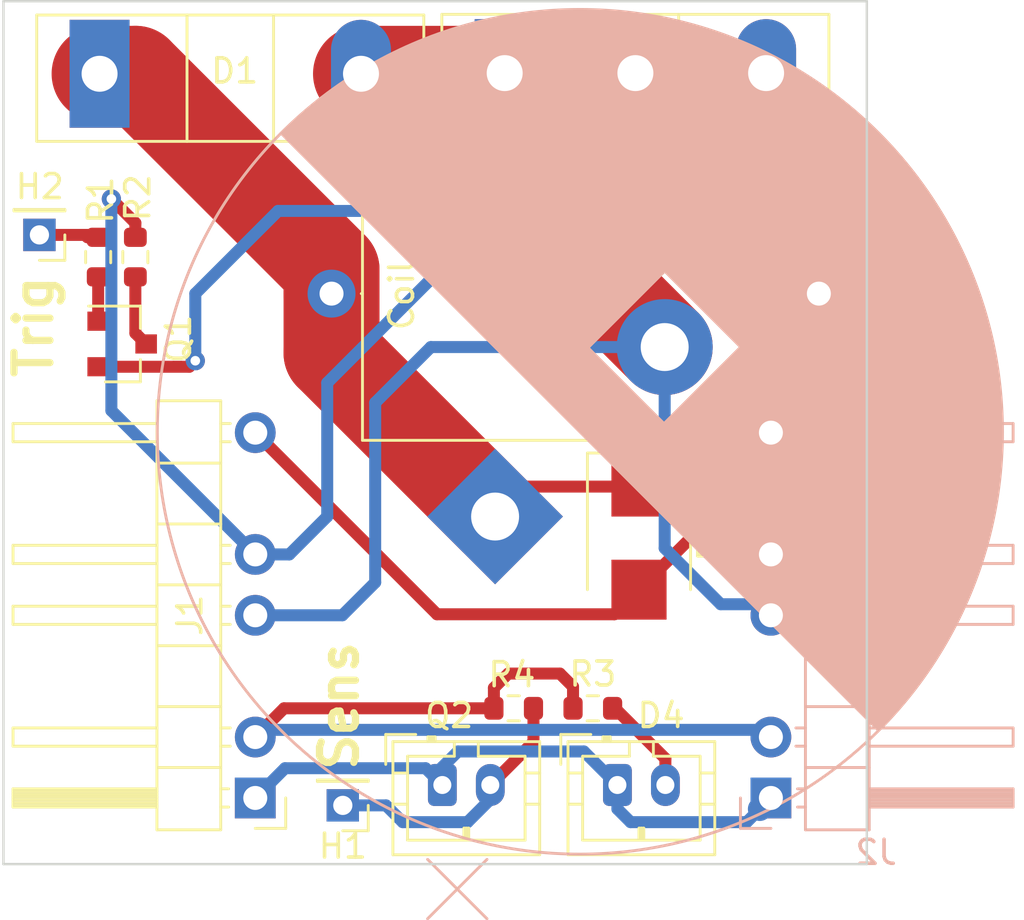
<source format=kicad_pcb>
(kicad_pcb (version 20171130) (host pcbnew "(5.1.10)-1")

  (general
    (thickness 1.6)
    (drawings 11)
    (tracks 88)
    (zones 0)
    (modules 16)
    (nets 14)
  )

  (page A4)
  (layers
    (0 F.Cu signal)
    (31 B.Cu signal)
    (32 B.Adhes user hide)
    (33 F.Adhes user hide)
    (34 B.Paste user hide)
    (35 F.Paste user hide)
    (36 B.SilkS user hide)
    (37 F.SilkS user)
    (38 B.Mask user hide)
    (39 F.Mask user)
    (40 Dwgs.User user hide)
    (41 Cmts.User user hide)
    (42 Eco1.User user hide)
    (43 Eco2.User user hide)
    (44 Edge.Cuts user)
    (45 Margin user hide)
    (46 B.CrtYd user)
    (47 F.CrtYd user)
    (48 B.Fab user hide)
    (49 F.Fab user hide)
  )

  (setup
    (last_trace_width 0.25)
    (user_trace_width 0.25)
    (user_trace_width 0.5)
    (user_trace_width 1)
    (user_trace_width 2.5)
    (user_trace_width 4)
    (user_trace_width 6)
    (trace_clearance 0.2)
    (zone_clearance 0.508)
    (zone_45_only no)
    (trace_min 0.2)
    (via_size 0.8)
    (via_drill 0.4)
    (via_min_size 0.4)
    (via_min_drill 0.3)
    (uvia_size 0.3)
    (uvia_drill 0.1)
    (uvias_allowed no)
    (uvia_min_size 0.2)
    (uvia_min_drill 0.1)
    (edge_width 0.05)
    (segment_width 0.2)
    (pcb_text_width 0.3)
    (pcb_text_size 1.5 1.5)
    (mod_edge_width 0.12)
    (mod_text_size 1 1)
    (mod_text_width 0.15)
    (pad_size 1.524 1.524)
    (pad_drill 0.762)
    (pad_to_mask_clearance 0)
    (aux_axis_origin 0 0)
    (visible_elements 7FFFFFFF)
    (pcbplotparams
      (layerselection 0x010fc_ffffffff)
      (usegerberextensions false)
      (usegerberattributes true)
      (usegerberadvancedattributes true)
      (creategerberjobfile true)
      (excludeedgelayer true)
      (linewidth 0.100000)
      (plotframeref false)
      (viasonmask false)
      (mode 1)
      (useauxorigin false)
      (hpglpennumber 1)
      (hpglpenspeed 20)
      (hpglpendiameter 15.000000)
      (psnegative false)
      (psa4output false)
      (plotreference true)
      (plotvalue true)
      (plotinvisibletext false)
      (padsonsilk false)
      (subtractmaskfromsilk false)
      (outputformat 1)
      (mirror false)
      (drillshape 1)
      (scaleselection 1)
      (outputdirectory ""))
  )

  (net 0 "")
  (net 1 GND)
  (net 2 "Net-(D2-Pad3)")
  (net 3 GNDPWR)
  (net 4 400VIN)
  (net 5 "Net-(D4-Pad2)")
  (net 6 +3.3VP)
  (net 7 +3V3)
  (net 8 TRIG)
  (net 9 SENS)
  (net 10 "Net-(D2-Pad2)")
  (net 11 "Net-(C1-Pad1)")
  (net 12 "Net-(Q1-Pad3)")
  (net 13 "Net-(Q1-Pad1)")

  (net_class Default "This is the default net class."
    (clearance 0.2)
    (trace_width 0.25)
    (via_dia 0.8)
    (via_drill 0.4)
    (uvia_dia 0.3)
    (uvia_drill 0.1)
    (add_net +3.3VP)
    (add_net +3V3)
    (add_net GND)
    (add_net "Net-(C1-Pad1)")
    (add_net "Net-(D2-Pad2)")
    (add_net "Net-(D2-Pad3)")
    (add_net "Net-(D4-Pad2)")
    (add_net "Net-(Q1-Pad1)")
    (add_net "Net-(Q1-Pad3)")
    (add_net SENS)
    (add_net TRIG)
  )

  (net_class 400V ""
    (clearance 1)
    (trace_width 0.25)
    (via_dia 0.8)
    (via_drill 0.4)
    (uvia_dia 0.3)
    (uvia_drill 0.1)
    (add_net 400VIN)
    (add_net GNDPWR)
  )

  (module Capacitor_THT:CP_Radial_D35.0mm_P10.00mm_SnapIn (layer B.Cu) (tedit 5AE50EF1) (tstamp 60BC8CF4)
    (at 67.5 60.5 45)
    (descr "CP, Radial series, Radial, pin pitch=10.00mm, , diameter=35mm, Electrolytic Capacitor, , http://www.vishay.com/docs/28342/058059pll-si.pdf")
    (tags "CP Radial series Radial pin pitch 10.00mm  diameter 35mm Electrolytic Capacitor")
    (path /6093F094)
    (fp_text reference C1 (at 5.0165 0 45) (layer B.SilkS) hide
      (effects (font (size 1 1) (thickness 0.15)) (justify mirror))
    )
    (fp_text value "470uF 400V" (at 4.953 -2.413 45) (layer B.Fab) hide
      (effects (font (size 1 1) (thickness 0.15)) (justify mirror))
    )
    (fp_line (start -12.104002 11.625) (end -12.104002 8.125) (layer B.SilkS) (width 0.12))
    (fp_line (start -13.854002 9.875) (end -10.354002 9.875) (layer B.SilkS) (width 0.12))
    (fp_line (start 22.6 0.8) (end 22.6 -0.8) (layer B.SilkS) (width 0.12))
    (fp_line (start 22.56 1.413) (end 22.56 -1.413) (layer B.SilkS) (width 0.12))
    (fp_line (start 22.52 1.835) (end 22.52 -1.835) (layer B.SilkS) (width 0.12))
    (fp_line (start 22.48 2.177) (end 22.48 -2.177) (layer B.SilkS) (width 0.12))
    (fp_line (start 22.44 2.473) (end 22.44 -2.473) (layer B.SilkS) (width 0.12))
    (fp_line (start 22.4 2.736) (end 22.4 -2.736) (layer B.SilkS) (width 0.12))
    (fp_line (start 22.36 2.976) (end 22.36 -2.976) (layer B.SilkS) (width 0.12))
    (fp_line (start 22.32 3.198) (end 22.32 -3.198) (layer B.SilkS) (width 0.12))
    (fp_line (start 22.28 3.405) (end 22.28 -3.405) (layer B.SilkS) (width 0.12))
    (fp_line (start 22.24 3.6) (end 22.24 -3.6) (layer B.SilkS) (width 0.12))
    (fp_line (start 22.2 3.785) (end 22.2 -3.785) (layer B.SilkS) (width 0.12))
    (fp_line (start 22.16 3.96) (end 22.16 -3.96) (layer B.SilkS) (width 0.12))
    (fp_line (start 22.12 4.128) (end 22.12 -4.128) (layer B.SilkS) (width 0.12))
    (fp_line (start 22.08 4.289) (end 22.08 -4.289) (layer B.SilkS) (width 0.12))
    (fp_line (start 22.04 4.444) (end 22.04 -4.444) (layer B.SilkS) (width 0.12))
    (fp_line (start 22 4.593) (end 22 -4.593) (layer B.SilkS) (width 0.12))
    (fp_line (start 21.96 4.738) (end 21.96 -4.738) (layer B.SilkS) (width 0.12))
    (fp_line (start 21.92 4.878) (end 21.92 -4.878) (layer B.SilkS) (width 0.12))
    (fp_line (start 21.88 5.013) (end 21.88 -5.013) (layer B.SilkS) (width 0.12))
    (fp_line (start 21.84 5.145) (end 21.84 -5.145) (layer B.SilkS) (width 0.12))
    (fp_line (start 21.8 5.273) (end 21.8 -5.273) (layer B.SilkS) (width 0.12))
    (fp_line (start 21.76 5.398) (end 21.76 -5.398) (layer B.SilkS) (width 0.12))
    (fp_line (start 21.72 5.52) (end 21.72 -5.52) (layer B.SilkS) (width 0.12))
    (fp_line (start 21.68 5.639) (end 21.68 -5.639) (layer B.SilkS) (width 0.12))
    (fp_line (start 21.64 5.755) (end 21.64 -5.755) (layer B.SilkS) (width 0.12))
    (fp_line (start 21.6 5.868) (end 21.6 -5.868) (layer B.SilkS) (width 0.12))
    (fp_line (start 21.56 5.98) (end 21.56 -5.98) (layer B.SilkS) (width 0.12))
    (fp_line (start 21.52 6.089) (end 21.52 -6.089) (layer B.SilkS) (width 0.12))
    (fp_line (start 21.48 6.195) (end 21.48 -6.195) (layer B.SilkS) (width 0.12))
    (fp_line (start 21.44 6.3) (end 21.44 -6.3) (layer B.SilkS) (width 0.12))
    (fp_line (start 21.4 6.403) (end 21.4 -6.403) (layer B.SilkS) (width 0.12))
    (fp_line (start 21.36 6.504) (end 21.36 -6.504) (layer B.SilkS) (width 0.12))
    (fp_line (start 21.32 6.603) (end 21.32 -6.603) (layer B.SilkS) (width 0.12))
    (fp_line (start 21.28 6.7) (end 21.28 -6.7) (layer B.SilkS) (width 0.12))
    (fp_line (start 21.24 6.796) (end 21.24 -6.796) (layer B.SilkS) (width 0.12))
    (fp_line (start 21.2 6.89) (end 21.2 -6.89) (layer B.SilkS) (width 0.12))
    (fp_line (start 21.16 6.983) (end 21.16 -6.983) (layer B.SilkS) (width 0.12))
    (fp_line (start 21.12 7.075) (end 21.12 -7.075) (layer B.SilkS) (width 0.12))
    (fp_line (start 21.08 7.165) (end 21.08 -7.165) (layer B.SilkS) (width 0.12))
    (fp_line (start 21.04 7.253) (end 21.04 -7.253) (layer B.SilkS) (width 0.12))
    (fp_line (start 21 7.341) (end 21 -7.341) (layer B.SilkS) (width 0.12))
    (fp_line (start 20.96 7.427) (end 20.96 -7.427) (layer B.SilkS) (width 0.12))
    (fp_line (start 20.92 7.512) (end 20.92 -7.512) (layer B.SilkS) (width 0.12))
    (fp_line (start 20.88 7.595) (end 20.88 -7.595) (layer B.SilkS) (width 0.12))
    (fp_line (start 20.84 7.678) (end 20.84 -7.678) (layer B.SilkS) (width 0.12))
    (fp_line (start 20.8 7.759) (end 20.8 -7.759) (layer B.SilkS) (width 0.12))
    (fp_line (start 20.76 7.84) (end 20.76 -7.84) (layer B.SilkS) (width 0.12))
    (fp_line (start 20.72 7.92) (end 20.72 -7.92) (layer B.SilkS) (width 0.12))
    (fp_line (start 20.68 7.998) (end 20.68 -7.998) (layer B.SilkS) (width 0.12))
    (fp_line (start 20.64 8.076) (end 20.64 -8.076) (layer B.SilkS) (width 0.12))
    (fp_line (start 20.6 8.152) (end 20.6 -8.152) (layer B.SilkS) (width 0.12))
    (fp_line (start 20.56 8.228) (end 20.56 -8.228) (layer B.SilkS) (width 0.12))
    (fp_line (start 20.52 8.303) (end 20.52 -8.303) (layer B.SilkS) (width 0.12))
    (fp_line (start 20.48 8.377) (end 20.48 -8.377) (layer B.SilkS) (width 0.12))
    (fp_line (start 20.44 8.45) (end 20.44 -8.45) (layer B.SilkS) (width 0.12))
    (fp_line (start 20.4 8.522) (end 20.4 -8.522) (layer B.SilkS) (width 0.12))
    (fp_line (start 20.36 8.594) (end 20.36 -8.594) (layer B.SilkS) (width 0.12))
    (fp_line (start 20.32 8.665) (end 20.32 -8.665) (layer B.SilkS) (width 0.12))
    (fp_line (start 20.28 8.735) (end 20.28 -8.735) (layer B.SilkS) (width 0.12))
    (fp_line (start 20.24 8.804) (end 20.24 -8.804) (layer B.SilkS) (width 0.12))
    (fp_line (start 20.2 8.873) (end 20.2 -8.873) (layer B.SilkS) (width 0.12))
    (fp_line (start 20.16 8.94) (end 20.16 -8.94) (layer B.SilkS) (width 0.12))
    (fp_line (start 20.12 9.008) (end 20.12 -9.008) (layer B.SilkS) (width 0.12))
    (fp_line (start 20.08 9.074) (end 20.08 -9.074) (layer B.SilkS) (width 0.12))
    (fp_line (start 20.04 9.14) (end 20.04 -9.14) (layer B.SilkS) (width 0.12))
    (fp_line (start 20 9.205) (end 20 -9.205) (layer B.SilkS) (width 0.12))
    (fp_line (start 19.96 9.27) (end 19.96 -9.27) (layer B.SilkS) (width 0.12))
    (fp_line (start 19.92 9.334) (end 19.92 -9.334) (layer B.SilkS) (width 0.12))
    (fp_line (start 19.88 9.397) (end 19.88 -9.397) (layer B.SilkS) (width 0.12))
    (fp_line (start 19.84 9.46) (end 19.84 -9.46) (layer B.SilkS) (width 0.12))
    (fp_line (start 19.8 9.522) (end 19.8 -9.522) (layer B.SilkS) (width 0.12))
    (fp_line (start 19.76 9.584) (end 19.76 -9.584) (layer B.SilkS) (width 0.12))
    (fp_line (start 19.72 9.645) (end 19.72 -9.645) (layer B.SilkS) (width 0.12))
    (fp_line (start 19.68 9.705) (end 19.68 -9.705) (layer B.SilkS) (width 0.12))
    (fp_line (start 19.64 9.765) (end 19.64 -9.765) (layer B.SilkS) (width 0.12))
    (fp_line (start 19.6 9.825) (end 19.6 -9.825) (layer B.SilkS) (width 0.12))
    (fp_line (start 19.56 9.884) (end 19.56 -9.884) (layer B.SilkS) (width 0.12))
    (fp_line (start 19.52 9.942) (end 19.52 -9.942) (layer B.SilkS) (width 0.12))
    (fp_line (start 19.48 10) (end 19.48 -10) (layer B.SilkS) (width 0.12))
    (fp_line (start 19.44 10.058) (end 19.44 -10.058) (layer B.SilkS) (width 0.12))
    (fp_line (start 19.4 10.115) (end 19.4 -10.115) (layer B.SilkS) (width 0.12))
    (fp_line (start 19.36 10.171) (end 19.36 -10.171) (layer B.SilkS) (width 0.12))
    (fp_line (start 19.32 10.227) (end 19.32 -10.227) (layer B.SilkS) (width 0.12))
    (fp_line (start 19.28 10.283) (end 19.28 -10.283) (layer B.SilkS) (width 0.12))
    (fp_line (start 19.24 10.338) (end 19.24 -10.338) (layer B.SilkS) (width 0.12))
    (fp_line (start 19.2 10.392) (end 19.2 -10.392) (layer B.SilkS) (width 0.12))
    (fp_line (start 19.16 10.447) (end 19.16 -10.447) (layer B.SilkS) (width 0.12))
    (fp_line (start 19.12 10.5) (end 19.12 -10.5) (layer B.SilkS) (width 0.12))
    (fp_line (start 19.08 10.554) (end 19.08 -10.554) (layer B.SilkS) (width 0.12))
    (fp_line (start 19.04 10.607) (end 19.04 -10.607) (layer B.SilkS) (width 0.12))
    (fp_line (start 19 10.659) (end 19 -10.659) (layer B.SilkS) (width 0.12))
    (fp_line (start 18.96 10.711) (end 18.96 -10.711) (layer B.SilkS) (width 0.12))
    (fp_line (start 18.92 10.763) (end 18.92 -10.763) (layer B.SilkS) (width 0.12))
    (fp_line (start 18.88 10.815) (end 18.88 -10.815) (layer B.SilkS) (width 0.12))
    (fp_line (start 18.84 10.865) (end 18.84 -10.865) (layer B.SilkS) (width 0.12))
    (fp_line (start 18.8 10.916) (end 18.8 -10.916) (layer B.SilkS) (width 0.12))
    (fp_line (start 18.76 10.966) (end 18.76 -10.966) (layer B.SilkS) (width 0.12))
    (fp_line (start 18.72 11.016) (end 18.72 -11.016) (layer B.SilkS) (width 0.12))
    (fp_line (start 18.68 11.066) (end 18.68 -11.066) (layer B.SilkS) (width 0.12))
    (fp_line (start 18.64 11.115) (end 18.64 -11.115) (layer B.SilkS) (width 0.12))
    (fp_line (start 18.6 11.163) (end 18.6 -11.163) (layer B.SilkS) (width 0.12))
    (fp_line (start 18.56 11.212) (end 18.56 -11.212) (layer B.SilkS) (width 0.12))
    (fp_line (start 18.52 11.26) (end 18.52 -11.26) (layer B.SilkS) (width 0.12))
    (fp_line (start 18.48 11.307) (end 18.48 -11.307) (layer B.SilkS) (width 0.12))
    (fp_line (start 18.44 11.355) (end 18.44 -11.355) (layer B.SilkS) (width 0.12))
    (fp_line (start 18.4 11.402) (end 18.4 -11.402) (layer B.SilkS) (width 0.12))
    (fp_line (start 18.36 11.449) (end 18.36 -11.449) (layer B.SilkS) (width 0.12))
    (fp_line (start 18.32 11.495) (end 18.32 -11.495) (layer B.SilkS) (width 0.12))
    (fp_line (start 18.28 11.541) (end 18.28 -11.541) (layer B.SilkS) (width 0.12))
    (fp_line (start 18.24 11.587) (end 18.24 -11.587) (layer B.SilkS) (width 0.12))
    (fp_line (start 18.2 11.632) (end 18.2 -11.632) (layer B.SilkS) (width 0.12))
    (fp_line (start 18.16 11.677) (end 18.16 -11.677) (layer B.SilkS) (width 0.12))
    (fp_line (start 18.12 11.722) (end 18.12 -11.722) (layer B.SilkS) (width 0.12))
    (fp_line (start 18.08 11.766) (end 18.08 -11.766) (layer B.SilkS) (width 0.12))
    (fp_line (start 18.04 11.811) (end 18.04 -11.811) (layer B.SilkS) (width 0.12))
    (fp_line (start 18 11.854) (end 18 -11.854) (layer B.SilkS) (width 0.12))
    (fp_line (start 17.96 11.898) (end 17.96 -11.898) (layer B.SilkS) (width 0.12))
    (fp_line (start 17.92 11.941) (end 17.92 -11.941) (layer B.SilkS) (width 0.12))
    (fp_line (start 17.88 11.984) (end 17.88 -11.984) (layer B.SilkS) (width 0.12))
    (fp_line (start 17.84 12.027) (end 17.84 -12.027) (layer B.SilkS) (width 0.12))
    (fp_line (start 17.8 12.069) (end 17.8 -12.069) (layer B.SilkS) (width 0.12))
    (fp_line (start 17.76 12.111) (end 17.76 -12.111) (layer B.SilkS) (width 0.12))
    (fp_line (start 17.72 12.153) (end 17.72 -12.153) (layer B.SilkS) (width 0.12))
    (fp_line (start 17.68 12.195) (end 17.68 -12.195) (layer B.SilkS) (width 0.12))
    (fp_line (start 17.64 12.236) (end 17.64 -12.236) (layer B.SilkS) (width 0.12))
    (fp_line (start 17.6 12.277) (end 17.6 -12.277) (layer B.SilkS) (width 0.12))
    (fp_line (start 17.56 12.318) (end 17.56 -12.318) (layer B.SilkS) (width 0.12))
    (fp_line (start 17.52 12.359) (end 17.52 -12.359) (layer B.SilkS) (width 0.12))
    (fp_line (start 17.48 12.399) (end 17.48 -12.399) (layer B.SilkS) (width 0.12))
    (fp_line (start 17.44 12.439) (end 17.44 -12.439) (layer B.SilkS) (width 0.12))
    (fp_line (start 17.4 12.479) (end 17.4 -12.479) (layer B.SilkS) (width 0.12))
    (fp_line (start 17.36 12.518) (end 17.36 -12.518) (layer B.SilkS) (width 0.12))
    (fp_line (start 17.32 12.557) (end 17.32 -12.557) (layer B.SilkS) (width 0.12))
    (fp_line (start 17.28 12.596) (end 17.28 -12.596) (layer B.SilkS) (width 0.12))
    (fp_line (start 17.24 12.635) (end 17.24 -12.635) (layer B.SilkS) (width 0.12))
    (fp_line (start 17.2 12.674) (end 17.2 -12.674) (layer B.SilkS) (width 0.12))
    (fp_line (start 17.16 12.712) (end 17.16 -12.712) (layer B.SilkS) (width 0.12))
    (fp_line (start 17.12 12.75) (end 17.12 -12.75) (layer B.SilkS) (width 0.12))
    (fp_line (start 17.08 12.788) (end 17.08 -12.788) (layer B.SilkS) (width 0.12))
    (fp_line (start 17.04 12.825) (end 17.04 -12.825) (layer B.SilkS) (width 0.12))
    (fp_line (start 17 12.863) (end 17 -12.863) (layer B.SilkS) (width 0.12))
    (fp_line (start 16.96 12.9) (end 16.96 -12.9) (layer B.SilkS) (width 0.12))
    (fp_line (start 16.92 12.937) (end 16.92 -12.937) (layer B.SilkS) (width 0.12))
    (fp_line (start 16.88 12.973) (end 16.88 -12.973) (layer B.SilkS) (width 0.12))
    (fp_line (start 16.84 13.01) (end 16.84 -13.01) (layer B.SilkS) (width 0.12))
    (fp_line (start 16.8 13.046) (end 16.8 -13.046) (layer B.SilkS) (width 0.12))
    (fp_line (start 16.76 13.082) (end 16.76 -13.082) (layer B.SilkS) (width 0.12))
    (fp_line (start 16.72 13.117) (end 16.72 -13.117) (layer B.SilkS) (width 0.12))
    (fp_line (start 16.68 13.153) (end 16.68 -13.153) (layer B.SilkS) (width 0.12))
    (fp_line (start 16.64 13.188) (end 16.64 -13.188) (layer B.SilkS) (width 0.12))
    (fp_line (start 16.6 13.223) (end 16.6 -13.223) (layer B.SilkS) (width 0.12))
    (fp_line (start 16.56 13.258) (end 16.56 -13.258) (layer B.SilkS) (width 0.12))
    (fp_line (start 16.52 13.293) (end 16.52 -13.293) (layer B.SilkS) (width 0.12))
    (fp_line (start 16.48 13.327) (end 16.48 -13.327) (layer B.SilkS) (width 0.12))
    (fp_line (start 16.44 13.362) (end 16.44 -13.362) (layer B.SilkS) (width 0.12))
    (fp_line (start 16.4 13.396) (end 16.4 -13.396) (layer B.SilkS) (width 0.12))
    (fp_line (start 16.36 13.43) (end 16.36 -13.43) (layer B.SilkS) (width 0.12))
    (fp_line (start 16.32 13.463) (end 16.32 -13.463) (layer B.SilkS) (width 0.12))
    (fp_line (start 16.28 13.497) (end 16.28 -13.497) (layer B.SilkS) (width 0.12))
    (fp_line (start 16.24 13.53) (end 16.24 -13.53) (layer B.SilkS) (width 0.12))
    (fp_line (start 16.2 13.563) (end 16.2 -13.563) (layer B.SilkS) (width 0.12))
    (fp_line (start 16.16 13.596) (end 16.16 -13.596) (layer B.SilkS) (width 0.12))
    (fp_line (start 16.12 13.628) (end 16.12 -13.628) (layer B.SilkS) (width 0.12))
    (fp_line (start 16.08 13.661) (end 16.08 -13.661) (layer B.SilkS) (width 0.12))
    (fp_line (start 16.04 13.693) (end 16.04 -13.693) (layer B.SilkS) (width 0.12))
    (fp_line (start 16 13.725) (end 16 -13.725) (layer B.SilkS) (width 0.12))
    (fp_line (start 15.96 13.757) (end 15.96 -13.757) (layer B.SilkS) (width 0.12))
    (fp_line (start 15.92 13.789) (end 15.92 -13.789) (layer B.SilkS) (width 0.12))
    (fp_line (start 15.88 13.82) (end 15.88 -13.82) (layer B.SilkS) (width 0.12))
    (fp_line (start 15.84 13.851) (end 15.84 -13.851) (layer B.SilkS) (width 0.12))
    (fp_line (start 15.8 13.883) (end 15.8 -13.883) (layer B.SilkS) (width 0.12))
    (fp_line (start 15.76 13.914) (end 15.76 -13.914) (layer B.SilkS) (width 0.12))
    (fp_line (start 15.72 13.944) (end 15.72 -13.944) (layer B.SilkS) (width 0.12))
    (fp_line (start 15.68 13.975) (end 15.68 -13.975) (layer B.SilkS) (width 0.12))
    (fp_line (start 15.64 14.005) (end 15.64 -14.005) (layer B.SilkS) (width 0.12))
    (fp_line (start 15.6 14.035) (end 15.6 -14.035) (layer B.SilkS) (width 0.12))
    (fp_line (start 15.56 14.065) (end 15.56 -14.065) (layer B.SilkS) (width 0.12))
    (fp_line (start 15.52 14.095) (end 15.52 -14.095) (layer B.SilkS) (width 0.12))
    (fp_line (start 15.48 14.125) (end 15.48 -14.125) (layer B.SilkS) (width 0.12))
    (fp_line (start 15.44 14.155) (end 15.44 -14.155) (layer B.SilkS) (width 0.12))
    (fp_line (start 15.4 14.184) (end 15.4 -14.184) (layer B.SilkS) (width 0.12))
    (fp_line (start 15.36 14.213) (end 15.36 -14.213) (layer B.SilkS) (width 0.12))
    (fp_line (start 15.32 14.242) (end 15.32 -14.242) (layer B.SilkS) (width 0.12))
    (fp_line (start 15.28 14.271) (end 15.28 -14.271) (layer B.SilkS) (width 0.12))
    (fp_line (start 15.24 14.299) (end 15.24 -14.299) (layer B.SilkS) (width 0.12))
    (fp_line (start 15.2 14.328) (end 15.2 -14.328) (layer B.SilkS) (width 0.12))
    (fp_line (start 15.16 14.356) (end 15.16 -14.356) (layer B.SilkS) (width 0.12))
    (fp_line (start 15.12 14.384) (end 15.12 -14.384) (layer B.SilkS) (width 0.12))
    (fp_line (start 15.08 14.412) (end 15.08 -14.412) (layer B.SilkS) (width 0.12))
    (fp_line (start 15.04 14.44) (end 15.04 -14.44) (layer B.SilkS) (width 0.12))
    (fp_line (start 15 14.468) (end 15 -14.468) (layer B.SilkS) (width 0.12))
    (fp_line (start 14.96 14.495) (end 14.96 -14.495) (layer B.SilkS) (width 0.12))
    (fp_line (start 14.92 14.523) (end 14.92 -14.523) (layer B.SilkS) (width 0.12))
    (fp_line (start 14.88 14.55) (end 14.88 -14.55) (layer B.SilkS) (width 0.12))
    (fp_line (start 14.84 14.577) (end 14.84 -14.577) (layer B.SilkS) (width 0.12))
    (fp_line (start 14.8 14.604) (end 14.8 -14.604) (layer B.SilkS) (width 0.12))
    (fp_line (start 14.76 14.63) (end 14.76 -14.63) (layer B.SilkS) (width 0.12))
    (fp_line (start 14.72 14.657) (end 14.72 -14.657) (layer B.SilkS) (width 0.12))
    (fp_line (start 14.68 14.683) (end 14.68 -14.683) (layer B.SilkS) (width 0.12))
    (fp_line (start 14.64 14.71) (end 14.64 -14.71) (layer B.SilkS) (width 0.12))
    (fp_line (start 14.6 14.736) (end 14.6 -14.736) (layer B.SilkS) (width 0.12))
    (fp_line (start 14.56 14.762) (end 14.56 -14.762) (layer B.SilkS) (width 0.12))
    (fp_line (start 14.52 14.787) (end 14.52 -14.787) (layer B.SilkS) (width 0.12))
    (fp_line (start 14.48 14.813) (end 14.48 -14.813) (layer B.SilkS) (width 0.12))
    (fp_line (start 14.44 14.838) (end 14.44 -14.838) (layer B.SilkS) (width 0.12))
    (fp_line (start 14.4 14.864) (end 14.4 -14.864) (layer B.SilkS) (width 0.12))
    (fp_line (start 14.36 14.889) (end 14.36 -14.889) (layer B.SilkS) (width 0.12))
    (fp_line (start 14.32 14.914) (end 14.32 -14.914) (layer B.SilkS) (width 0.12))
    (fp_line (start 14.28 14.939) (end 14.28 -14.939) (layer B.SilkS) (width 0.12))
    (fp_line (start 14.24 14.963) (end 14.24 -14.963) (layer B.SilkS) (width 0.12))
    (fp_line (start 14.2 14.988) (end 14.2 -14.988) (layer B.SilkS) (width 0.12))
    (fp_line (start 14.16 15.012) (end 14.16 -15.012) (layer B.SilkS) (width 0.12))
    (fp_line (start 14.12 15.037) (end 14.12 -15.037) (layer B.SilkS) (width 0.12))
    (fp_line (start 14.08 15.061) (end 14.08 -15.061) (layer B.SilkS) (width 0.12))
    (fp_line (start 14.04 15.085) (end 14.04 -15.085) (layer B.SilkS) (width 0.12))
    (fp_line (start 14 15.109) (end 14 -15.109) (layer B.SilkS) (width 0.12))
    (fp_line (start 13.96 15.132) (end 13.96 -15.132) (layer B.SilkS) (width 0.12))
    (fp_line (start 13.92 15.156) (end 13.92 -15.156) (layer B.SilkS) (width 0.12))
    (fp_line (start 13.88 15.179) (end 13.88 -15.179) (layer B.SilkS) (width 0.12))
    (fp_line (start 13.84 15.203) (end 13.84 -15.203) (layer B.SilkS) (width 0.12))
    (fp_line (start 13.8 15.226) (end 13.8 -15.226) (layer B.SilkS) (width 0.12))
    (fp_line (start 13.76 15.249) (end 13.76 -15.249) (layer B.SilkS) (width 0.12))
    (fp_line (start 13.72 15.271) (end 13.72 -15.271) (layer B.SilkS) (width 0.12))
    (fp_line (start 13.68 15.294) (end 13.68 -15.294) (layer B.SilkS) (width 0.12))
    (fp_line (start 13.64 15.317) (end 13.64 -15.317) (layer B.SilkS) (width 0.12))
    (fp_line (start 13.6 15.339) (end 13.6 -15.339) (layer B.SilkS) (width 0.12))
    (fp_line (start 13.56 15.361) (end 13.56 -15.361) (layer B.SilkS) (width 0.12))
    (fp_line (start 13.52 15.384) (end 13.52 -15.384) (layer B.SilkS) (width 0.12))
    (fp_line (start 13.48 15.406) (end 13.48 -15.406) (layer B.SilkS) (width 0.12))
    (fp_line (start 13.44 15.428) (end 13.44 -15.428) (layer B.SilkS) (width 0.12))
    (fp_line (start 13.4 15.449) (end 13.4 -15.449) (layer B.SilkS) (width 0.12))
    (fp_line (start 13.36 15.471) (end 13.36 -15.471) (layer B.SilkS) (width 0.12))
    (fp_line (start 13.32 15.492) (end 13.32 -15.492) (layer B.SilkS) (width 0.12))
    (fp_line (start 13.28 15.514) (end 13.28 -15.514) (layer B.SilkS) (width 0.12))
    (fp_line (start 13.24 15.535) (end 13.24 -15.535) (layer B.SilkS) (width 0.12))
    (fp_line (start 13.2 15.556) (end 13.2 -15.556) (layer B.SilkS) (width 0.12))
    (fp_line (start 13.161 15.577) (end 13.161 -15.577) (layer B.SilkS) (width 0.12))
    (fp_line (start 13.121 15.598) (end 13.121 -15.598) (layer B.SilkS) (width 0.12))
    (fp_line (start 13.081 15.619) (end 13.081 -15.619) (layer B.SilkS) (width 0.12))
    (fp_line (start 13.041 15.639) (end 13.041 -15.639) (layer B.SilkS) (width 0.12))
    (fp_line (start 13.001 15.66) (end 13.001 -15.66) (layer B.SilkS) (width 0.12))
    (fp_line (start 12.961 15.68) (end 12.961 -15.68) (layer B.SilkS) (width 0.12))
    (fp_line (start 12.921 15.7) (end 12.921 -15.7) (layer B.SilkS) (width 0.12))
    (fp_line (start 12.881 15.72) (end 12.881 -15.72) (layer B.SilkS) (width 0.12))
    (fp_line (start 12.841 15.74) (end 12.841 -15.74) (layer B.SilkS) (width 0.12))
    (fp_line (start 12.801 15.76) (end 12.801 -15.76) (layer B.SilkS) (width 0.12))
    (fp_line (start 12.761 15.78) (end 12.761 -15.78) (layer B.SilkS) (width 0.12))
    (fp_line (start 12.721 15.799) (end 12.721 -15.799) (layer B.SilkS) (width 0.12))
    (fp_line (start 12.681 15.819) (end 12.681 -15.819) (layer B.SilkS) (width 0.12))
    (fp_line (start 12.641 15.838) (end 12.641 -15.838) (layer B.SilkS) (width 0.12))
    (fp_line (start 12.601 15.857) (end 12.601 -15.857) (layer B.SilkS) (width 0.12))
    (fp_line (start 12.561 15.876) (end 12.561 -15.876) (layer B.SilkS) (width 0.12))
    (fp_line (start 12.521 15.895) (end 12.521 -15.895) (layer B.SilkS) (width 0.12))
    (fp_line (start 12.481 15.914) (end 12.481 -15.914) (layer B.SilkS) (width 0.12))
    (fp_line (start 12.441 15.933) (end 12.441 -15.933) (layer B.SilkS) (width 0.12))
    (fp_line (start 12.401 15.951) (end 12.401 -15.951) (layer B.SilkS) (width 0.12))
    (fp_line (start 12.361 15.97) (end 12.361 -15.97) (layer B.SilkS) (width 0.12))
    (fp_line (start 12.321 15.988) (end 12.321 -15.988) (layer B.SilkS) (width 0.12))
    (fp_line (start 12.281 16.006) (end 12.281 -16.006) (layer B.SilkS) (width 0.12))
    (fp_line (start 12.241 16.024) (end 12.241 -16.024) (layer B.SilkS) (width 0.12))
    (fp_line (start 12.201 -2.24) (end 12.201 -16.042) (layer B.SilkS) (width 0.12))
    (fp_line (start 12.201 16.042) (end 12.201 2.24) (layer B.SilkS) (width 0.12))
    (fp_line (start 12.161 -2.24) (end 12.161 -16.06) (layer B.SilkS) (width 0.12))
    (fp_line (start 12.161 16.06) (end 12.161 2.24) (layer B.SilkS) (width 0.12))
    (fp_line (start 12.121 -2.24) (end 12.121 -16.078) (layer B.SilkS) (width 0.12))
    (fp_line (start 12.121 16.078) (end 12.121 2.24) (layer B.SilkS) (width 0.12))
    (fp_line (start 12.081 -2.24) (end 12.081 -16.095) (layer B.SilkS) (width 0.12))
    (fp_line (start 12.081 16.095) (end 12.081 2.24) (layer B.SilkS) (width 0.12))
    (fp_line (start 12.041 -2.24) (end 12.041 -16.113) (layer B.SilkS) (width 0.12))
    (fp_line (start 12.041 16.113) (end 12.041 2.24) (layer B.SilkS) (width 0.12))
    (fp_line (start 12.001 -2.24) (end 12.001 -16.13) (layer B.SilkS) (width 0.12))
    (fp_line (start 12.001 16.13) (end 12.001 2.24) (layer B.SilkS) (width 0.12))
    (fp_line (start 11.961 -2.24) (end 11.961 -16.148) (layer B.SilkS) (width 0.12))
    (fp_line (start 11.961 16.148) (end 11.961 2.24) (layer B.SilkS) (width 0.12))
    (fp_line (start 11.921 -2.24) (end 11.921 -16.165) (layer B.SilkS) (width 0.12))
    (fp_line (start 11.921 16.165) (end 11.921 2.24) (layer B.SilkS) (width 0.12))
    (fp_line (start 11.881 -2.24) (end 11.881 -16.182) (layer B.SilkS) (width 0.12))
    (fp_line (start 11.881 16.182) (end 11.881 2.24) (layer B.SilkS) (width 0.12))
    (fp_line (start 11.841 -2.24) (end 11.841 -16.199) (layer B.SilkS) (width 0.12))
    (fp_line (start 11.841 16.199) (end 11.841 2.24) (layer B.SilkS) (width 0.12))
    (fp_line (start 11.801 -2.24) (end 11.801 -16.215) (layer B.SilkS) (width 0.12))
    (fp_line (start 11.801 16.215) (end 11.801 2.24) (layer B.SilkS) (width 0.12))
    (fp_line (start 11.761 -2.24) (end 11.761 -16.232) (layer B.SilkS) (width 0.12))
    (fp_line (start 11.761 16.232) (end 11.761 2.24) (layer B.SilkS) (width 0.12))
    (fp_line (start 11.721 -2.24) (end 11.721 -16.249) (layer B.SilkS) (width 0.12))
    (fp_line (start 11.721 16.249) (end 11.721 2.24) (layer B.SilkS) (width 0.12))
    (fp_line (start 11.681 -2.24) (end 11.681 -16.265) (layer B.SilkS) (width 0.12))
    (fp_line (start 11.681 16.265) (end 11.681 2.24) (layer B.SilkS) (width 0.12))
    (fp_line (start 11.641 -2.24) (end 11.641 -16.281) (layer B.SilkS) (width 0.12))
    (fp_line (start 11.641 16.281) (end 11.641 2.24) (layer B.SilkS) (width 0.12))
    (fp_line (start 11.601 -2.24) (end 11.601 -16.298) (layer B.SilkS) (width 0.12))
    (fp_line (start 11.601 16.298) (end 11.601 2.24) (layer B.SilkS) (width 0.12))
    (fp_line (start 11.561 -2.24) (end 11.561 -16.314) (layer B.SilkS) (width 0.12))
    (fp_line (start 11.561 16.314) (end 11.561 2.24) (layer B.SilkS) (width 0.12))
    (fp_line (start 11.521 -2.24) (end 11.521 -16.33) (layer B.SilkS) (width 0.12))
    (fp_line (start 11.521 16.33) (end 11.521 2.24) (layer B.SilkS) (width 0.12))
    (fp_line (start 11.481 -2.24) (end 11.481 -16.346) (layer B.SilkS) (width 0.12))
    (fp_line (start 11.481 16.346) (end 11.481 2.24) (layer B.SilkS) (width 0.12))
    (fp_line (start 11.441 -2.24) (end 11.441 -16.361) (layer B.SilkS) (width 0.12))
    (fp_line (start 11.441 16.361) (end 11.441 2.24) (layer B.SilkS) (width 0.12))
    (fp_line (start 11.401 -2.24) (end 11.401 -16.377) (layer B.SilkS) (width 0.12))
    (fp_line (start 11.401 16.377) (end 11.401 2.24) (layer B.SilkS) (width 0.12))
    (fp_line (start 11.361 -2.24) (end 11.361 -16.393) (layer B.SilkS) (width 0.12))
    (fp_line (start 11.361 16.393) (end 11.361 2.24) (layer B.SilkS) (width 0.12))
    (fp_line (start 11.321 -2.24) (end 11.321 -16.408) (layer B.SilkS) (width 0.12))
    (fp_line (start 11.321 16.408) (end 11.321 2.24) (layer B.SilkS) (width 0.12))
    (fp_line (start 11.281 -2.24) (end 11.281 -16.423) (layer B.SilkS) (width 0.12))
    (fp_line (start 11.281 16.423) (end 11.281 2.24) (layer B.SilkS) (width 0.12))
    (fp_line (start 11.241 -2.24) (end 11.241 -16.439) (layer B.SilkS) (width 0.12))
    (fp_line (start 11.241 16.439) (end 11.241 2.24) (layer B.SilkS) (width 0.12))
    (fp_line (start 11.201 -2.24) (end 11.201 -16.454) (layer B.SilkS) (width 0.12))
    (fp_line (start 11.201 16.454) (end 11.201 2.24) (layer B.SilkS) (width 0.12))
    (fp_line (start 11.161 -2.24) (end 11.161 -16.469) (layer B.SilkS) (width 0.12))
    (fp_line (start 11.161 16.469) (end 11.161 2.24) (layer B.SilkS) (width 0.12))
    (fp_line (start 11.121 -2.24) (end 11.121 -16.484) (layer B.SilkS) (width 0.12))
    (fp_line (start 11.121 16.484) (end 11.121 2.24) (layer B.SilkS) (width 0.12))
    (fp_line (start 11.081 -2.24) (end 11.081 -16.498) (layer B.SilkS) (width 0.12))
    (fp_line (start 11.081 16.498) (end 11.081 2.24) (layer B.SilkS) (width 0.12))
    (fp_line (start 11.041 -2.24) (end 11.041 -16.513) (layer B.SilkS) (width 0.12))
    (fp_line (start 11.041 16.513) (end 11.041 2.24) (layer B.SilkS) (width 0.12))
    (fp_line (start 11.001 -2.24) (end 11.001 -16.527) (layer B.SilkS) (width 0.12))
    (fp_line (start 11.001 16.527) (end 11.001 2.24) (layer B.SilkS) (width 0.12))
    (fp_line (start 10.961 -2.24) (end 10.961 -16.542) (layer B.SilkS) (width 0.12))
    (fp_line (start 10.961 16.542) (end 10.961 2.24) (layer B.SilkS) (width 0.12))
    (fp_line (start 10.921 -2.24) (end 10.921 -16.556) (layer B.SilkS) (width 0.12))
    (fp_line (start 10.921 16.556) (end 10.921 2.24) (layer B.SilkS) (width 0.12))
    (fp_line (start 10.881 -2.24) (end 10.881 -16.57) (layer B.SilkS) (width 0.12))
    (fp_line (start 10.881 16.57) (end 10.881 2.24) (layer B.SilkS) (width 0.12))
    (fp_line (start 10.841 -2.24) (end 10.841 -16.585) (layer B.SilkS) (width 0.12))
    (fp_line (start 10.841 16.585) (end 10.841 2.24) (layer B.SilkS) (width 0.12))
    (fp_line (start 10.801 -2.24) (end 10.801 -16.599) (layer B.SilkS) (width 0.12))
    (fp_line (start 10.801 16.599) (end 10.801 2.24) (layer B.SilkS) (width 0.12))
    (fp_line (start 10.761 -2.24) (end 10.761 -16.612) (layer B.SilkS) (width 0.12))
    (fp_line (start 10.761 16.612) (end 10.761 2.24) (layer B.SilkS) (width 0.12))
    (fp_line (start 10.721 -2.24) (end 10.721 -16.626) (layer B.SilkS) (width 0.12))
    (fp_line (start 10.721 16.626) (end 10.721 2.24) (layer B.SilkS) (width 0.12))
    (fp_line (start 10.681 -2.24) (end 10.681 -16.64) (layer B.SilkS) (width 0.12))
    (fp_line (start 10.681 16.64) (end 10.681 2.24) (layer B.SilkS) (width 0.12))
    (fp_line (start 10.641 -2.24) (end 10.641 -16.653) (layer B.SilkS) (width 0.12))
    (fp_line (start 10.641 16.653) (end 10.641 2.24) (layer B.SilkS) (width 0.12))
    (fp_line (start 10.601 -2.24) (end 10.601 -16.667) (layer B.SilkS) (width 0.12))
    (fp_line (start 10.601 16.667) (end 10.601 2.24) (layer B.SilkS) (width 0.12))
    (fp_line (start 10.561 -2.24) (end 10.561 -16.68) (layer B.SilkS) (width 0.12))
    (fp_line (start 10.561 16.68) (end 10.561 2.24) (layer B.SilkS) (width 0.12))
    (fp_line (start 10.521 -2.24) (end 10.521 -16.694) (layer B.SilkS) (width 0.12))
    (fp_line (start 10.521 16.694) (end 10.521 2.24) (layer B.SilkS) (width 0.12))
    (fp_line (start 10.481 -2.24) (end 10.481 -16.707) (layer B.SilkS) (width 0.12))
    (fp_line (start 10.481 16.707) (end 10.481 2.24) (layer B.SilkS) (width 0.12))
    (fp_line (start 10.441 -2.24) (end 10.441 -16.72) (layer B.SilkS) (width 0.12))
    (fp_line (start 10.441 16.72) (end 10.441 2.24) (layer B.SilkS) (width 0.12))
    (fp_line (start 10.401 -2.24) (end 10.401 -16.733) (layer B.SilkS) (width 0.12))
    (fp_line (start 10.401 16.733) (end 10.401 2.24) (layer B.SilkS) (width 0.12))
    (fp_line (start 10.361 -2.24) (end 10.361 -16.745) (layer B.SilkS) (width 0.12))
    (fp_line (start 10.361 16.745) (end 10.361 2.24) (layer B.SilkS) (width 0.12))
    (fp_line (start 10.321 -2.24) (end 10.321 -16.758) (layer B.SilkS) (width 0.12))
    (fp_line (start 10.321 16.758) (end 10.321 2.24) (layer B.SilkS) (width 0.12))
    (fp_line (start 10.281 -2.24) (end 10.281 -16.771) (layer B.SilkS) (width 0.12))
    (fp_line (start 10.281 16.771) (end 10.281 2.24) (layer B.SilkS) (width 0.12))
    (fp_line (start 10.241 -2.24) (end 10.241 -16.783) (layer B.SilkS) (width 0.12))
    (fp_line (start 10.241 16.783) (end 10.241 2.24) (layer B.SilkS) (width 0.12))
    (fp_line (start 10.201 -2.24) (end 10.201 -16.796) (layer B.SilkS) (width 0.12))
    (fp_line (start 10.201 16.796) (end 10.201 2.24) (layer B.SilkS) (width 0.12))
    (fp_line (start 10.161 -2.24) (end 10.161 -16.808) (layer B.SilkS) (width 0.12))
    (fp_line (start 10.161 16.808) (end 10.161 2.24) (layer B.SilkS) (width 0.12))
    (fp_line (start 10.121 -2.24) (end 10.121 -16.82) (layer B.SilkS) (width 0.12))
    (fp_line (start 10.121 16.82) (end 10.121 2.24) (layer B.SilkS) (width 0.12))
    (fp_line (start 10.081 -2.24) (end 10.081 -16.832) (layer B.SilkS) (width 0.12))
    (fp_line (start 10.081 16.832) (end 10.081 2.24) (layer B.SilkS) (width 0.12))
    (fp_line (start 10.041 -2.24) (end 10.041 -16.844) (layer B.SilkS) (width 0.12))
    (fp_line (start 10.041 16.844) (end 10.041 2.24) (layer B.SilkS) (width 0.12))
    (fp_line (start 10.001 -2.24) (end 10.001 -16.856) (layer B.SilkS) (width 0.12))
    (fp_line (start 10.001 16.856) (end 10.001 2.24) (layer B.SilkS) (width 0.12))
    (fp_line (start 9.961 -2.24) (end 9.961 -16.868) (layer B.SilkS) (width 0.12))
    (fp_line (start 9.961 16.868) (end 9.961 2.24) (layer B.SilkS) (width 0.12))
    (fp_line (start 9.921 -2.24) (end 9.921 -16.88) (layer B.SilkS) (width 0.12))
    (fp_line (start 9.921 16.88) (end 9.921 2.24) (layer B.SilkS) (width 0.12))
    (fp_line (start 9.881 -2.24) (end 9.881 -16.891) (layer B.SilkS) (width 0.12))
    (fp_line (start 9.881 16.891) (end 9.881 2.24) (layer B.SilkS) (width 0.12))
    (fp_line (start 9.841 -2.24) (end 9.841 -16.903) (layer B.SilkS) (width 0.12))
    (fp_line (start 9.841 16.903) (end 9.841 2.24) (layer B.SilkS) (width 0.12))
    (fp_line (start 9.801 -2.24) (end 9.801 -16.914) (layer B.SilkS) (width 0.12))
    (fp_line (start 9.801 16.914) (end 9.801 2.24) (layer B.SilkS) (width 0.12))
    (fp_line (start 9.761 -2.24) (end 9.761 -16.925) (layer B.SilkS) (width 0.12))
    (fp_line (start 9.761 16.925) (end 9.761 2.24) (layer B.SilkS) (width 0.12))
    (fp_line (start 9.721 -2.24) (end 9.721 -16.937) (layer B.SilkS) (width 0.12))
    (fp_line (start 9.721 16.937) (end 9.721 2.24) (layer B.SilkS) (width 0.12))
    (fp_line (start 9.681 -2.24) (end 9.681 -16.948) (layer B.SilkS) (width 0.12))
    (fp_line (start 9.681 16.948) (end 9.681 2.24) (layer B.SilkS) (width 0.12))
    (fp_line (start 9.641 -2.24) (end 9.641 -16.959) (layer B.SilkS) (width 0.12))
    (fp_line (start 9.641 16.959) (end 9.641 2.24) (layer B.SilkS) (width 0.12))
    (fp_line (start 9.601 -2.24) (end 9.601 -16.969) (layer B.SilkS) (width 0.12))
    (fp_line (start 9.601 16.969) (end 9.601 2.24) (layer B.SilkS) (width 0.12))
    (fp_line (start 9.561 -2.24) (end 9.561 -16.98) (layer B.SilkS) (width 0.12))
    (fp_line (start 9.561 16.98) (end 9.561 2.24) (layer B.SilkS) (width 0.12))
    (fp_line (start 9.521 -2.24) (end 9.521 -16.991) (layer B.SilkS) (width 0.12))
    (fp_line (start 9.521 16.991) (end 9.521 2.24) (layer B.SilkS) (width 0.12))
    (fp_line (start 9.481 -2.24) (end 9.481 -17.001) (layer B.SilkS) (width 0.12))
    (fp_line (start 9.481 17.001) (end 9.481 2.24) (layer B.SilkS) (width 0.12))
    (fp_line (start 9.441 -2.24) (end 9.441 -17.012) (layer B.SilkS) (width 0.12))
    (fp_line (start 9.441 17.012) (end 9.441 2.24) (layer B.SilkS) (width 0.12))
    (fp_line (start 9.401 -2.24) (end 9.401 -17.022) (layer B.SilkS) (width 0.12))
    (fp_line (start 9.401 17.022) (end 9.401 2.24) (layer B.SilkS) (width 0.12))
    (fp_line (start 9.361 -2.24) (end 9.361 -17.033) (layer B.SilkS) (width 0.12))
    (fp_line (start 9.361 17.033) (end 9.361 2.24) (layer B.SilkS) (width 0.12))
    (fp_line (start 9.321 -2.24) (end 9.321 -17.043) (layer B.SilkS) (width 0.12))
    (fp_line (start 9.321 17.043) (end 9.321 2.24) (layer B.SilkS) (width 0.12))
    (fp_line (start 9.281 -2.24) (end 9.281 -17.053) (layer B.SilkS) (width 0.12))
    (fp_line (start 9.281 17.053) (end 9.281 2.24) (layer B.SilkS) (width 0.12))
    (fp_line (start 9.241 -2.24) (end 9.241 -17.063) (layer B.SilkS) (width 0.12))
    (fp_line (start 9.241 17.063) (end 9.241 2.24) (layer B.SilkS) (width 0.12))
    (fp_line (start 9.201 -2.24) (end 9.201 -17.073) (layer B.SilkS) (width 0.12))
    (fp_line (start 9.201 17.073) (end 9.201 2.24) (layer B.SilkS) (width 0.12))
    (fp_line (start 9.161 -2.24) (end 9.161 -17.082) (layer B.SilkS) (width 0.12))
    (fp_line (start 9.161 17.082) (end 9.161 2.24) (layer B.SilkS) (width 0.12))
    (fp_line (start 9.121 -2.24) (end 9.121 -17.092) (layer B.SilkS) (width 0.12))
    (fp_line (start 9.121 17.092) (end 9.121 2.24) (layer B.SilkS) (width 0.12))
    (fp_line (start 9.081 -2.24) (end 9.081 -17.102) (layer B.SilkS) (width 0.12))
    (fp_line (start 9.081 17.102) (end 9.081 2.24) (layer B.SilkS) (width 0.12))
    (fp_line (start 9.041 -2.24) (end 9.041 -17.111) (layer B.SilkS) (width 0.12))
    (fp_line (start 9.041 17.111) (end 9.041 2.24) (layer B.SilkS) (width 0.12))
    (fp_line (start 9.001 -2.24) (end 9.001 -17.12) (layer B.SilkS) (width 0.12))
    (fp_line (start 9.001 17.12) (end 9.001 2.24) (layer B.SilkS) (width 0.12))
    (fp_line (start 8.961 -2.24) (end 8.961 -17.13) (layer B.SilkS) (width 0.12))
    (fp_line (start 8.961 17.13) (end 8.961 2.24) (layer B.SilkS) (width 0.12))
    (fp_line (start 8.921 -2.24) (end 8.921 -17.139) (layer B.SilkS) (width 0.12))
    (fp_line (start 8.921 17.139) (end 8.921 2.24) (layer B.SilkS) (width 0.12))
    (fp_line (start 8.881 -2.24) (end 8.881 -17.148) (layer B.SilkS) (width 0.12))
    (fp_line (start 8.881 17.148) (end 8.881 2.24) (layer B.SilkS) (width 0.12))
    (fp_line (start 8.841 -2.24) (end 8.841 -17.157) (layer B.SilkS) (width 0.12))
    (fp_line (start 8.841 17.157) (end 8.841 2.24) (layer B.SilkS) (width 0.12))
    (fp_line (start 8.801 -2.24) (end 8.801 -17.166) (layer B.SilkS) (width 0.12))
    (fp_line (start 8.801 17.166) (end 8.801 2.24) (layer B.SilkS) (width 0.12))
    (fp_line (start 8.761 -2.24) (end 8.761 -17.175) (layer B.SilkS) (width 0.12))
    (fp_line (start 8.761 17.175) (end 8.761 2.24) (layer B.SilkS) (width 0.12))
    (fp_line (start 8.721 -2.24) (end 8.721 -17.183) (layer B.SilkS) (width 0.12))
    (fp_line (start 8.721 17.183) (end 8.721 2.24) (layer B.SilkS) (width 0.12))
    (fp_line (start 8.681 -2.24) (end 8.681 -17.192) (layer B.SilkS) (width 0.12))
    (fp_line (start 8.681 17.192) (end 8.681 2.24) (layer B.SilkS) (width 0.12))
    (fp_line (start 8.641 -2.24) (end 8.641 -17.2) (layer B.SilkS) (width 0.12))
    (fp_line (start 8.641 17.2) (end 8.641 2.24) (layer B.SilkS) (width 0.12))
    (fp_line (start 8.601 -2.24) (end 8.601 -17.209) (layer B.SilkS) (width 0.12))
    (fp_line (start 8.601 17.209) (end 8.601 2.24) (layer B.SilkS) (width 0.12))
    (fp_line (start 8.561 -2.24) (end 8.561 -17.217) (layer B.SilkS) (width 0.12))
    (fp_line (start 8.561 17.217) (end 8.561 2.24) (layer B.SilkS) (width 0.12))
    (fp_line (start 8.521 -2.24) (end 8.521 -17.225) (layer B.SilkS) (width 0.12))
    (fp_line (start 8.521 17.225) (end 8.521 2.24) (layer B.SilkS) (width 0.12))
    (fp_line (start 8.481 -2.24) (end 8.481 -17.233) (layer B.SilkS) (width 0.12))
    (fp_line (start 8.481 17.233) (end 8.481 2.24) (layer B.SilkS) (width 0.12))
    (fp_line (start 8.441 -2.24) (end 8.441 -17.241) (layer B.SilkS) (width 0.12))
    (fp_line (start 8.441 17.241) (end 8.441 2.24) (layer B.SilkS) (width 0.12))
    (fp_line (start 8.401 -2.24) (end 8.401 -17.249) (layer B.SilkS) (width 0.12))
    (fp_line (start 8.401 17.249) (end 8.401 2.24) (layer B.SilkS) (width 0.12))
    (fp_line (start 8.361 -2.24) (end 8.361 -17.257) (layer B.SilkS) (width 0.12))
    (fp_line (start 8.361 17.257) (end 8.361 2.24) (layer B.SilkS) (width 0.12))
    (fp_line (start 8.321 -2.24) (end 8.321 -17.265) (layer B.SilkS) (width 0.12))
    (fp_line (start 8.321 17.265) (end 8.321 2.24) (layer B.SilkS) (width 0.12))
    (fp_line (start 8.281 -2.24) (end 8.281 -17.273) (layer B.SilkS) (width 0.12))
    (fp_line (start 8.281 17.273) (end 8.281 2.24) (layer B.SilkS) (width 0.12))
    (fp_line (start 8.241 -2.24) (end 8.241 -17.28) (layer B.SilkS) (width 0.12))
    (fp_line (start 8.241 17.28) (end 8.241 2.24) (layer B.SilkS) (width 0.12))
    (fp_line (start 8.201 -2.24) (end 8.201 -17.287) (layer B.SilkS) (width 0.12))
    (fp_line (start 8.201 17.287) (end 8.201 2.24) (layer B.SilkS) (width 0.12))
    (fp_line (start 8.161 -2.24) (end 8.161 -17.295) (layer B.SilkS) (width 0.12))
    (fp_line (start 8.161 17.295) (end 8.161 2.24) (layer B.SilkS) (width 0.12))
    (fp_line (start 8.121 -2.24) (end 8.121 -17.302) (layer B.SilkS) (width 0.12))
    (fp_line (start 8.121 17.302) (end 8.121 2.24) (layer B.SilkS) (width 0.12))
    (fp_line (start 8.081 -2.24) (end 8.081 -17.309) (layer B.SilkS) (width 0.12))
    (fp_line (start 8.081 17.309) (end 8.081 2.24) (layer B.SilkS) (width 0.12))
    (fp_line (start 8.041 -2.24) (end 8.041 -17.316) (layer B.SilkS) (width 0.12))
    (fp_line (start 8.041 17.316) (end 8.041 2.24) (layer B.SilkS) (width 0.12))
    (fp_line (start 8.001 -2.24) (end 8.001 -17.323) (layer B.SilkS) (width 0.12))
    (fp_line (start 8.001 17.323) (end 8.001 2.24) (layer B.SilkS) (width 0.12))
    (fp_line (start 7.961 -2.24) (end 7.961 -17.33) (layer B.SilkS) (width 0.12))
    (fp_line (start 7.961 17.33) (end 7.961 2.24) (layer B.SilkS) (width 0.12))
    (fp_line (start 7.921 -2.24) (end 7.921 -17.337) (layer B.SilkS) (width 0.12))
    (fp_line (start 7.921 17.337) (end 7.921 2.24) (layer B.SilkS) (width 0.12))
    (fp_line (start 7.881 -2.24) (end 7.881 -17.344) (layer B.SilkS) (width 0.12))
    (fp_line (start 7.881 17.344) (end 7.881 2.24) (layer B.SilkS) (width 0.12))
    (fp_line (start 7.841 -2.24) (end 7.841 -17.35) (layer B.SilkS) (width 0.12))
    (fp_line (start 7.841 17.35) (end 7.841 2.24) (layer B.SilkS) (width 0.12))
    (fp_line (start 7.801 -2.24) (end 7.801 -17.357) (layer B.SilkS) (width 0.12))
    (fp_line (start 7.801 17.357) (end 7.801 2.24) (layer B.SilkS) (width 0.12))
    (fp_line (start 7.761 -2.24) (end 7.761 -17.363) (layer B.SilkS) (width 0.12))
    (fp_line (start 7.761 17.363) (end 7.761 2.24) (layer B.SilkS) (width 0.12))
    (fp_line (start 7.721 17.369) (end 7.721 -17.369) (layer B.SilkS) (width 0.12))
    (fp_line (start 7.681 17.375) (end 7.681 -17.375) (layer B.SilkS) (width 0.12))
    (fp_line (start 7.641 17.382) (end 7.641 -17.382) (layer B.SilkS) (width 0.12))
    (fp_line (start 7.601 17.388) (end 7.601 -17.388) (layer B.SilkS) (width 0.12))
    (fp_line (start 7.561 17.394) (end 7.561 -17.394) (layer B.SilkS) (width 0.12))
    (fp_line (start 7.521 17.399) (end 7.521 -17.399) (layer B.SilkS) (width 0.12))
    (fp_line (start 7.481 17.405) (end 7.481 -17.405) (layer B.SilkS) (width 0.12))
    (fp_line (start 7.441 17.411) (end 7.441 -17.411) (layer B.SilkS) (width 0.12))
    (fp_line (start 7.401 17.416) (end 7.401 -17.416) (layer B.SilkS) (width 0.12))
    (fp_line (start 7.361 17.422) (end 7.361 -17.422) (layer B.SilkS) (width 0.12))
    (fp_line (start 7.321 17.427) (end 7.321 -17.427) (layer B.SilkS) (width 0.12))
    (fp_line (start 7.281 17.432) (end 7.281 -17.432) (layer B.SilkS) (width 0.12))
    (fp_line (start 7.241 17.438) (end 7.241 -17.438) (layer B.SilkS) (width 0.12))
    (fp_line (start 7.201 17.443) (end 7.201 -17.443) (layer B.SilkS) (width 0.12))
    (fp_line (start 7.161 17.448) (end 7.161 -17.448) (layer B.SilkS) (width 0.12))
    (fp_line (start 7.121 17.452) (end 7.121 -17.452) (layer B.SilkS) (width 0.12))
    (fp_line (start 7.081 17.457) (end 7.081 -17.457) (layer B.SilkS) (width 0.12))
    (fp_line (start 7.041 17.462) (end 7.041 -17.462) (layer B.SilkS) (width 0.12))
    (fp_line (start 7.001 17.467) (end 7.001 -17.467) (layer B.SilkS) (width 0.12))
    (fp_line (start 6.961 17.471) (end 6.961 -17.471) (layer B.SilkS) (width 0.12))
    (fp_line (start 6.921 17.476) (end 6.921 -17.476) (layer B.SilkS) (width 0.12))
    (fp_line (start 6.881 17.48) (end 6.881 -17.48) (layer B.SilkS) (width 0.12))
    (fp_line (start 6.841 17.484) (end 6.841 -17.484) (layer B.SilkS) (width 0.12))
    (fp_line (start 6.801 17.488) (end 6.801 -17.488) (layer B.SilkS) (width 0.12))
    (fp_line (start 6.761 17.492) (end 6.761 -17.492) (layer B.SilkS) (width 0.12))
    (fp_line (start 6.721 17.496) (end 6.721 -17.496) (layer B.SilkS) (width 0.12))
    (fp_line (start 6.681 17.5) (end 6.681 -17.5) (layer B.SilkS) (width 0.12))
    (fp_line (start 6.641 17.504) (end 6.641 -17.504) (layer B.SilkS) (width 0.12))
    (fp_line (start 6.601 17.508) (end 6.601 -17.508) (layer B.SilkS) (width 0.12))
    (fp_line (start 6.561 17.511) (end 6.561 -17.511) (layer B.SilkS) (width 0.12))
    (fp_line (start 6.521 17.515) (end 6.521 -17.515) (layer B.SilkS) (width 0.12))
    (fp_line (start 6.481 17.518) (end 6.481 -17.518) (layer B.SilkS) (width 0.12))
    (fp_line (start 6.441 17.522) (end 6.441 -17.522) (layer B.SilkS) (width 0.12))
    (fp_line (start 6.401 17.525) (end 6.401 -17.525) (layer B.SilkS) (width 0.12))
    (fp_line (start 6.361 17.528) (end 6.361 -17.528) (layer B.SilkS) (width 0.12))
    (fp_line (start 6.321 17.531) (end 6.321 -17.531) (layer B.SilkS) (width 0.12))
    (fp_line (start 6.281 17.534) (end 6.281 -17.534) (layer B.SilkS) (width 0.12))
    (fp_line (start 6.241 17.537) (end 6.241 -17.537) (layer B.SilkS) (width 0.12))
    (fp_line (start 6.201 17.54) (end 6.201 -17.54) (layer B.SilkS) (width 0.12))
    (fp_line (start 6.161 17.542) (end 6.161 -17.542) (layer B.SilkS) (width 0.12))
    (fp_line (start 6.121 17.545) (end 6.121 -17.545) (layer B.SilkS) (width 0.12))
    (fp_line (start 6.081 17.547) (end 6.081 -17.547) (layer B.SilkS) (width 0.12))
    (fp_line (start 6.041 17.55) (end 6.041 -17.55) (layer B.SilkS) (width 0.12))
    (fp_line (start 6.001 17.552) (end 6.001 -17.552) (layer B.SilkS) (width 0.12))
    (fp_line (start 5.961 17.554) (end 5.961 -17.554) (layer B.SilkS) (width 0.12))
    (fp_line (start 5.921 17.556) (end 5.921 -17.556) (layer B.SilkS) (width 0.12))
    (fp_line (start 5.881 17.559) (end 5.881 -17.559) (layer B.SilkS) (width 0.12))
    (fp_line (start 5.841 17.56) (end 5.841 -17.56) (layer B.SilkS) (width 0.12))
    (fp_line (start 5.801 17.562) (end 5.801 -17.562) (layer B.SilkS) (width 0.12))
    (fp_line (start 5.761 17.564) (end 5.761 -17.564) (layer B.SilkS) (width 0.12))
    (fp_line (start 5.721 17.566) (end 5.721 -17.566) (layer B.SilkS) (width 0.12))
    (fp_line (start 5.68 17.567) (end 5.68 -17.567) (layer B.SilkS) (width 0.12))
    (fp_line (start 5.64 17.569) (end 5.64 -17.569) (layer B.SilkS) (width 0.12))
    (fp_line (start 5.6 17.57) (end 5.6 -17.57) (layer B.SilkS) (width 0.12))
    (fp_line (start 5.56 17.572) (end 5.56 -17.572) (layer B.SilkS) (width 0.12))
    (fp_line (start 5.52 17.573) (end 5.52 -17.573) (layer B.SilkS) (width 0.12))
    (fp_line (start 5.48 17.574) (end 5.48 -17.574) (layer B.SilkS) (width 0.12))
    (fp_line (start 5.44 17.575) (end 5.44 -17.575) (layer B.SilkS) (width 0.12))
    (fp_line (start 5.4 17.576) (end 5.4 -17.576) (layer B.SilkS) (width 0.12))
    (fp_line (start 5.36 17.577) (end 5.36 -17.577) (layer B.SilkS) (width 0.12))
    (fp_line (start 5.32 17.578) (end 5.32 -17.578) (layer B.SilkS) (width 0.12))
    (fp_line (start 5.28 17.578) (end 5.28 -17.578) (layer B.SilkS) (width 0.12))
    (fp_line (start 5.24 17.579) (end 5.24 -17.579) (layer B.SilkS) (width 0.12))
    (fp_line (start 5.2 17.579) (end 5.2 -17.579) (layer B.SilkS) (width 0.12))
    (fp_line (start 5.16 17.58) (end 5.16 -17.58) (layer B.SilkS) (width 0.12))
    (fp_line (start 5.12 17.58) (end 5.12 -17.58) (layer B.SilkS) (width 0.12))
    (fp_line (start 5.08 17.58) (end 5.08 -17.58) (layer B.SilkS) (width 0.12))
    (fp_line (start 5.04 17.58) (end 5.04 -17.58) (layer B.SilkS) (width 0.12))
    (fp_line (start 5 17.58) (end 5 -17.58) (layer B.SilkS) (width 0.12))
    (fp_line (start -8.315141 9.4375) (end -8.315141 5.9375) (layer B.Fab) (width 0.1))
    (fp_line (start -10.065141 7.6875) (end -6.565141 7.6875) (layer B.Fab) (width 0.1))
    (fp_circle (center 5 0) (end 22.75 0) (layer B.CrtYd) (width 0.05))
    (fp_circle (center 5 0) (end 22.62 0) (layer B.SilkS) (width 0.12))
    (fp_circle (center 5 0) (end 22.5 0) (layer B.Fab) (width 0.1))
    (fp_text user %R (at 5 0 45) (layer B.Fab) hide
      (effects (font (size 1 1) (thickness 0.15)) (justify mirror))
    )
    (pad 1 thru_hole rect (at 0 0 45) (size 4 4) (drill 2) (layers *.Cu *.Mask)
      (net 11 "Net-(C1-Pad1)"))
    (pad 2 thru_hole circle (at 10 0 45) (size 4 4) (drill 2) (layers *.Cu *.Mask)
      (net 3 GNDPWR))
    (model ${KISYS3DMOD}/Capacitor_THT.3dshapes/CP_Radial_D35.0mm_P10.00mm_SnapIn.wrl
      (at (xyz 0 0 0))
      (scale (xyz 1 1 1))
      (rotate (xyz 0 0 0))
    )
  )

  (module Connector_JST:JST_PH_B2B-PH-K_1x02_P2.00mm_Vertical (layer F.Cu) (tedit 5B7745C2) (tstamp 60AFCEFD)
    (at 72.6 71.7)
    (descr "JST PH series connector, B2B-PH-K (http://www.jst-mfg.com/product/pdf/eng/ePH.pdf), generated with kicad-footprint-generator")
    (tags "connector JST PH side entry")
    (path /60940BBF)
    (fp_text reference D4 (at 1.822 -2.9) (layer F.SilkS)
      (effects (font (size 1 1) (thickness 0.15)))
    )
    (fp_text value LIR30243 (at 1 4) (layer F.Fab)
      (effects (font (size 1 1) (thickness 0.15)))
    )
    (fp_line (start 4.45 -2.2) (end -2.45 -2.2) (layer F.CrtYd) (width 0.05))
    (fp_line (start 4.45 3.3) (end 4.45 -2.2) (layer F.CrtYd) (width 0.05))
    (fp_line (start -2.45 3.3) (end 4.45 3.3) (layer F.CrtYd) (width 0.05))
    (fp_line (start -2.45 -2.2) (end -2.45 3.3) (layer F.CrtYd) (width 0.05))
    (fp_line (start 3.95 -1.7) (end -1.95 -1.7) (layer F.Fab) (width 0.1))
    (fp_line (start 3.95 2.8) (end 3.95 -1.7) (layer F.Fab) (width 0.1))
    (fp_line (start -1.95 2.8) (end 3.95 2.8) (layer F.Fab) (width 0.1))
    (fp_line (start -1.95 -1.7) (end -1.95 2.8) (layer F.Fab) (width 0.1))
    (fp_line (start -2.36 -2.11) (end -2.36 -0.86) (layer F.Fab) (width 0.1))
    (fp_line (start -1.11 -2.11) (end -2.36 -2.11) (layer F.Fab) (width 0.1))
    (fp_line (start -2.36 -2.11) (end -2.36 -0.86) (layer F.SilkS) (width 0.12))
    (fp_line (start -1.11 -2.11) (end -2.36 -2.11) (layer F.SilkS) (width 0.12))
    (fp_line (start 1 2.3) (end 1 1.8) (layer F.SilkS) (width 0.12))
    (fp_line (start 1.1 1.8) (end 1.1 2.3) (layer F.SilkS) (width 0.12))
    (fp_line (start 0.9 1.8) (end 1.1 1.8) (layer F.SilkS) (width 0.12))
    (fp_line (start 0.9 2.3) (end 0.9 1.8) (layer F.SilkS) (width 0.12))
    (fp_line (start 4.06 0.8) (end 3.45 0.8) (layer F.SilkS) (width 0.12))
    (fp_line (start 4.06 -0.5) (end 3.45 -0.5) (layer F.SilkS) (width 0.12))
    (fp_line (start -2.06 0.8) (end -1.45 0.8) (layer F.SilkS) (width 0.12))
    (fp_line (start -2.06 -0.5) (end -1.45 -0.5) (layer F.SilkS) (width 0.12))
    (fp_line (start 1.5 -1.2) (end 1.5 -1.81) (layer F.SilkS) (width 0.12))
    (fp_line (start 3.45 -1.2) (end 1.5 -1.2) (layer F.SilkS) (width 0.12))
    (fp_line (start 3.45 2.3) (end 3.45 -1.2) (layer F.SilkS) (width 0.12))
    (fp_line (start -1.45 2.3) (end 3.45 2.3) (layer F.SilkS) (width 0.12))
    (fp_line (start -1.45 -1.2) (end -1.45 2.3) (layer F.SilkS) (width 0.12))
    (fp_line (start 0.5 -1.2) (end -1.45 -1.2) (layer F.SilkS) (width 0.12))
    (fp_line (start 0.5 -1.81) (end 0.5 -1.2) (layer F.SilkS) (width 0.12))
    (fp_line (start -0.3 -1.91) (end -0.6 -1.91) (layer F.SilkS) (width 0.12))
    (fp_line (start -0.6 -2.01) (end -0.6 -1.81) (layer F.SilkS) (width 0.12))
    (fp_line (start -0.3 -2.01) (end -0.6 -2.01) (layer F.SilkS) (width 0.12))
    (fp_line (start -0.3 -1.81) (end -0.3 -2.01) (layer F.SilkS) (width 0.12))
    (fp_line (start 4.06 -1.81) (end -2.06 -1.81) (layer F.SilkS) (width 0.12))
    (fp_line (start 4.06 2.91) (end 4.06 -1.81) (layer F.SilkS) (width 0.12))
    (fp_line (start -2.06 2.91) (end 4.06 2.91) (layer F.SilkS) (width 0.12))
    (fp_line (start -2.06 -1.81) (end -2.06 2.91) (layer F.SilkS) (width 0.12))
    (fp_text user %R (at 1 1.5) (layer F.Fab)
      (effects (font (size 1 1) (thickness 0.15)))
    )
    (pad 2 thru_hole oval (at 2 0) (size 1.2 1.75) (drill 0.75) (layers *.Cu *.Mask)
      (net 5 "Net-(D4-Pad2)"))
    (pad 1 thru_hole roundrect (at 0 0) (size 1.2 1.75) (drill 0.75) (layers *.Cu *.Mask) (roundrect_rratio 0.208333)
      (net 1 GND))
    (model ${KISYS3DMOD}/Connector_JST.3dshapes/JST_PH_B2B-PH-K_1x02_P2.00mm_Vertical.wrl
      (at (xyz 0 0 0))
      (scale (xyz 1 1 1))
      (rotate (xyz 0 0 0))
    )
  )

  (module Connector_JST:JST_PH_B2B-PH-K_1x02_P2.00mm_Vertical (layer F.Cu) (tedit 5B7745C2) (tstamp 60BC9F49)
    (at 65.3 71.7)
    (descr "JST PH series connector, B2B-PH-K (http://www.jst-mfg.com/product/pdf/eng/ePH.pdf), generated with kicad-footprint-generator")
    (tags "connector JST PH side entry")
    (path /609417E8)
    (fp_text reference Q2 (at 0.284 -2.9) (layer F.SilkS)
      (effects (font (size 1 1) (thickness 0.15)))
    )
    (fp_text value LTR-4206E (at 1 4) (layer F.Fab)
      (effects (font (size 1 1) (thickness 0.15)))
    )
    (fp_line (start 4.45 -2.2) (end -2.45 -2.2) (layer F.CrtYd) (width 0.05))
    (fp_line (start 4.45 3.3) (end 4.45 -2.2) (layer F.CrtYd) (width 0.05))
    (fp_line (start -2.45 3.3) (end 4.45 3.3) (layer F.CrtYd) (width 0.05))
    (fp_line (start -2.45 -2.2) (end -2.45 3.3) (layer F.CrtYd) (width 0.05))
    (fp_line (start 3.95 -1.7) (end -1.95 -1.7) (layer F.Fab) (width 0.1))
    (fp_line (start 3.95 2.8) (end 3.95 -1.7) (layer F.Fab) (width 0.1))
    (fp_line (start -1.95 2.8) (end 3.95 2.8) (layer F.Fab) (width 0.1))
    (fp_line (start -1.95 -1.7) (end -1.95 2.8) (layer F.Fab) (width 0.1))
    (fp_line (start -2.36 -2.11) (end -2.36 -0.86) (layer F.Fab) (width 0.1))
    (fp_line (start -1.11 -2.11) (end -2.36 -2.11) (layer F.Fab) (width 0.1))
    (fp_line (start -2.36 -2.11) (end -2.36 -0.86) (layer F.SilkS) (width 0.12))
    (fp_line (start -1.11 -2.11) (end -2.36 -2.11) (layer F.SilkS) (width 0.12))
    (fp_line (start 1 2.3) (end 1 1.8) (layer F.SilkS) (width 0.12))
    (fp_line (start 1.1 1.8) (end 1.1 2.3) (layer F.SilkS) (width 0.12))
    (fp_line (start 0.9 1.8) (end 1.1 1.8) (layer F.SilkS) (width 0.12))
    (fp_line (start 0.9 2.3) (end 0.9 1.8) (layer F.SilkS) (width 0.12))
    (fp_line (start 4.06 0.8) (end 3.45 0.8) (layer F.SilkS) (width 0.12))
    (fp_line (start 4.06 -0.5) (end 3.45 -0.5) (layer F.SilkS) (width 0.12))
    (fp_line (start -2.06 0.8) (end -1.45 0.8) (layer F.SilkS) (width 0.12))
    (fp_line (start -2.06 -0.5) (end -1.45 -0.5) (layer F.SilkS) (width 0.12))
    (fp_line (start 1.5 -1.2) (end 1.5 -1.81) (layer F.SilkS) (width 0.12))
    (fp_line (start 3.45 -1.2) (end 1.5 -1.2) (layer F.SilkS) (width 0.12))
    (fp_line (start 3.45 2.3) (end 3.45 -1.2) (layer F.SilkS) (width 0.12))
    (fp_line (start -1.45 2.3) (end 3.45 2.3) (layer F.SilkS) (width 0.12))
    (fp_line (start -1.45 -1.2) (end -1.45 2.3) (layer F.SilkS) (width 0.12))
    (fp_line (start 0.5 -1.2) (end -1.45 -1.2) (layer F.SilkS) (width 0.12))
    (fp_line (start 0.5 -1.81) (end 0.5 -1.2) (layer F.SilkS) (width 0.12))
    (fp_line (start -0.3 -1.91) (end -0.6 -1.91) (layer F.SilkS) (width 0.12))
    (fp_line (start -0.6 -2.01) (end -0.6 -1.81) (layer F.SilkS) (width 0.12))
    (fp_line (start -0.3 -2.01) (end -0.6 -2.01) (layer F.SilkS) (width 0.12))
    (fp_line (start -0.3 -1.81) (end -0.3 -2.01) (layer F.SilkS) (width 0.12))
    (fp_line (start 4.06 -1.81) (end -2.06 -1.81) (layer F.SilkS) (width 0.12))
    (fp_line (start 4.06 2.91) (end 4.06 -1.81) (layer F.SilkS) (width 0.12))
    (fp_line (start -2.06 2.91) (end 4.06 2.91) (layer F.SilkS) (width 0.12))
    (fp_line (start -2.06 -1.81) (end -2.06 2.91) (layer F.SilkS) (width 0.12))
    (fp_text user %R (at 1 1.5) (layer F.Fab)
      (effects (font (size 1 1) (thickness 0.15)))
    )
    (pad 2 thru_hole oval (at 2 0) (size 1.2 1.75) (drill 0.75) (layers *.Cu *.Mask)
      (net 9 SENS))
    (pad 1 thru_hole roundrect (at 0 0) (size 1.2 1.75) (drill 0.75) (layers *.Cu *.Mask) (roundrect_rratio 0.208333)
      (net 1 GND))
    (model ${KISYS3DMOD}/Connector_JST.3dshapes/JST_PH_B2B-PH-K_1x02_P2.00mm_Vertical.wrl
      (at (xyz 0 0 0))
      (scale (xyz 1 1 1))
      (rotate (xyz 0 0 0))
    )
  )

  (module Inductor_THT:L_Axial_L17.5mm_D12.0mm_P20.32mm_Horizontal_Vishay_IM-10-46 (layer F.Cu) (tedit 5AE59B05) (tstamp 60B0FD8F)
    (at 60.68 51.2)
    (descr "Inductor, Axial series, Axial, Horizontal, pin pitch=20.32mm, , length*diameter=17.5*12mm^2, Vishay, IM-10-46, http://www.vishay.com/docs/34030/im10.pdf")
    (tags "Inductor Axial series Axial Horizontal pin pitch 20.32mm  length 17.5mm diameter 12mm Vishay IM-10-46")
    (path /6092E078)
    (attr virtual)
    (fp_text reference L1 (at 0.12 -2.05) (layer F.SilkS) hide
      (effects (font (size 1 1) (thickness 0.15)))
    )
    (fp_text value 22u (at 10.16 7.12) (layer F.Fab)
      (effects (font (size 1 1) (thickness 0.15)))
    )
    (fp_line (start 21.57 -6.25) (end -1.25 -6.25) (layer F.CrtYd) (width 0.05))
    (fp_line (start 21.57 6.25) (end 21.57 -6.25) (layer F.CrtYd) (width 0.05))
    (fp_line (start -1.25 6.25) (end 21.57 6.25) (layer F.CrtYd) (width 0.05))
    (fp_line (start -1.25 -6.25) (end -1.25 6.25) (layer F.CrtYd) (width 0.05))
    (fp_line (start 19.08 0) (end 19.03 0) (layer F.SilkS) (width 0.12))
    (fp_line (start 1.24 0) (end 1.29 0) (layer F.SilkS) (width 0.12))
    (fp_line (start 19.03 -6.12) (end 1.29 -6.12) (layer F.SilkS) (width 0.12))
    (fp_line (start 19.03 6.12) (end 19.03 -6.12) (layer F.SilkS) (width 0.12))
    (fp_line (start 1.29 6.12) (end 19.03 6.12) (layer F.SilkS) (width 0.12))
    (fp_line (start 1.29 -6.12) (end 1.29 6.12) (layer F.SilkS) (width 0.12))
    (fp_line (start 20.32 0) (end 18.91 0) (layer F.Fab) (width 0.1))
    (fp_line (start 0 0) (end 1.41 0) (layer F.Fab) (width 0.1))
    (fp_line (start 18.91 -6) (end 1.41 -6) (layer F.Fab) (width 0.1))
    (fp_line (start 18.91 6) (end 18.91 -6) (layer F.Fab) (width 0.1))
    (fp_line (start 1.41 6) (end 18.91 6) (layer F.Fab) (width 0.1))
    (fp_line (start 1.41 -6) (end 1.41 6) (layer F.Fab) (width 0.1))
    (fp_text user %R (at 10.16 0) (layer F.Fab)
      (effects (font (size 1 1) (thickness 0.15)))
    )
    (pad 2 thru_hole oval (at 20.32 0) (size 2 2) (drill 1) (layers *.Cu *.Mask)
      (net 10 "Net-(D2-Pad2)"))
    (pad 1 thru_hole circle (at 0 0) (size 2 2) (drill 1) (layers *.Cu *.Mask)
      (net 11 "Net-(C1-Pad1)"))
    (model ${KISYS3DMOD}/Inductor_THT.3dshapes/L_Axial_L17.5mm_D12.0mm_P20.32mm_Horizontal_Vishay_IM-10-46.wrl
      (at (xyz 0 0 0))
      (scale (xyz 1 1 1))
      (rotate (xyz 0 0 0))
    )
  )

  (module Connector_PinHeader_2.00mm:PinHeader_1x01_P2.00mm_Vertical (layer F.Cu) (tedit 59FED667) (tstamp 60B959A5)
    (at 48.5 48.75 180)
    (descr "Through hole straight pin header, 1x01, 2.00mm pitch, single row")
    (tags "Through hole pin header THT 1x01 2.00mm single row")
    (path /60BA7A2C)
    (fp_text reference H2 (at -0.014 2.014) (layer F.SilkS)
      (effects (font (size 1 1) (thickness 0.15)))
    )
    (fp_text value Hole (at 0 2.06) (layer F.Fab)
      (effects (font (size 1 1) (thickness 0.15)))
    )
    (fp_line (start 1.5 -1.5) (end -1.5 -1.5) (layer F.CrtYd) (width 0.05))
    (fp_line (start 1.5 1.5) (end 1.5 -1.5) (layer F.CrtYd) (width 0.05))
    (fp_line (start -1.5 1.5) (end 1.5 1.5) (layer F.CrtYd) (width 0.05))
    (fp_line (start -1.5 -1.5) (end -1.5 1.5) (layer F.CrtYd) (width 0.05))
    (fp_line (start -1.06 -1.06) (end 0 -1.06) (layer F.SilkS) (width 0.12))
    (fp_line (start -1.06 0) (end -1.06 -1.06) (layer F.SilkS) (width 0.12))
    (fp_line (start -1.06 1) (end 1.06 1) (layer F.SilkS) (width 0.12))
    (fp_line (start 1.06 1) (end 1.06 1.06) (layer F.SilkS) (width 0.12))
    (fp_line (start -1.06 1) (end -1.06 1.06) (layer F.SilkS) (width 0.12))
    (fp_line (start -1.06 1.06) (end 1.06 1.06) (layer F.SilkS) (width 0.12))
    (fp_line (start -1 -0.5) (end -0.5 -1) (layer F.Fab) (width 0.1))
    (fp_line (start -1 1) (end -1 -0.5) (layer F.Fab) (width 0.1))
    (fp_line (start 1 1) (end -1 1) (layer F.Fab) (width 0.1))
    (fp_line (start 1 -1) (end 1 1) (layer F.Fab) (width 0.1))
    (fp_line (start -0.5 -1) (end 1 -1) (layer F.Fab) (width 0.1))
    (fp_text user %R (at 0 0 90) (layer F.Fab)
      (effects (font (size 1 1) (thickness 0.15)))
    )
    (pad 1 thru_hole rect (at 0 0 180) (size 1.35 1.35) (drill 0.8) (layers *.Cu *.Mask)
      (net 8 TRIG))
    (model ${KISYS3DMOD}/Connector_PinHeader_2.00mm.3dshapes/PinHeader_1x01_P2.00mm_Vertical.wrl
      (at (xyz 0 0 0))
      (scale (xyz 1 1 1))
      (rotate (xyz 0 0 0))
    )
  )

  (module Connector_PinHeader_2.00mm:PinHeader_1x01_P2.00mm_Vertical (layer F.Cu) (tedit 59FED667) (tstamp 60B9E704)
    (at 61.15 72.55 180)
    (descr "Through hole straight pin header, 1x01, 2.00mm pitch, single row")
    (tags "Through hole pin header THT 1x01 2.00mm single row")
    (path /60BA7108)
    (fp_text reference H1 (at 0 -1.7) (layer F.SilkS)
      (effects (font (size 1 1) (thickness 0.15)))
    )
    (fp_text value Hole (at 0 2.06) (layer F.Fab)
      (effects (font (size 1 1) (thickness 0.15)))
    )
    (fp_line (start 1.5 -1.5) (end -1.5 -1.5) (layer F.CrtYd) (width 0.05))
    (fp_line (start 1.5 1.5) (end 1.5 -1.5) (layer F.CrtYd) (width 0.05))
    (fp_line (start -1.5 1.5) (end 1.5 1.5) (layer F.CrtYd) (width 0.05))
    (fp_line (start -1.5 -1.5) (end -1.5 1.5) (layer F.CrtYd) (width 0.05))
    (fp_line (start -1.06 -1.06) (end 0 -1.06) (layer F.SilkS) (width 0.12))
    (fp_line (start -1.06 0) (end -1.06 -1.06) (layer F.SilkS) (width 0.12))
    (fp_line (start -1.06 1) (end 1.06 1) (layer F.SilkS) (width 0.12))
    (fp_line (start 1.06 1) (end 1.06 1.06) (layer F.SilkS) (width 0.12))
    (fp_line (start -1.06 1) (end -1.06 1.06) (layer F.SilkS) (width 0.12))
    (fp_line (start -1.06 1.06) (end 1.06 1.06) (layer F.SilkS) (width 0.12))
    (fp_line (start -1 -0.5) (end -0.5 -1) (layer F.Fab) (width 0.1))
    (fp_line (start -1 1) (end -1 -0.5) (layer F.Fab) (width 0.1))
    (fp_line (start 1 1) (end -1 1) (layer F.Fab) (width 0.1))
    (fp_line (start 1 -1) (end 1 1) (layer F.Fab) (width 0.1))
    (fp_line (start -0.5 -1) (end 1 -1) (layer F.Fab) (width 0.1))
    (fp_text user %R (at 0 0 90) (layer F.Fab)
      (effects (font (size 1 1) (thickness 0.15)))
    )
    (pad 1 thru_hole rect (at 0 0 180) (size 1.35 1.35) (drill 0.8) (layers *.Cu *.Mask)
      (net 9 SENS))
    (model ${KISYS3DMOD}/Connector_PinHeader_2.00mm.3dshapes/PinHeader_1x01_P2.00mm_Vertical.wrl
      (at (xyz 0 0 0))
      (scale (xyz 1 1 1))
      (rotate (xyz 0 0 0))
    )
  )

  (module custom_headers:PinHeader_1x07_P2.54mm_Horizontal_3_6_missing (layer F.Cu) (tedit 60AE2ED3) (tstamp 60B8F5B3)
    (at 57.5 72.24 180)
    (descr "Through hole angled pin header, 1x07, 2.54mm pitch, 6mm pin length, single row")
    (tags "Through hole angled pin header THT 1x07 2.54mm single row")
    (path /60B0ABC6)
    (fp_text reference J1 (at 2.7305 7.62 90) (layer F.SilkS)
      (effects (font (size 1 1) (thickness 0.15)))
    )
    (fp_text value Conn_01x05_Female (at -1.5875 6.731 90) (layer F.Fab)
      (effects (font (size 1 1) (thickness 0.15)))
    )
    (fp_line (start 10.55 -1.8) (end -1.8 -1.8) (layer F.CrtYd) (width 0.05))
    (fp_line (start 10.55 17.05) (end 10.55 -1.8) (layer F.CrtYd) (width 0.05))
    (fp_line (start -1.8 17.05) (end 10.55 17.05) (layer F.CrtYd) (width 0.05))
    (fp_line (start -1.8 -1.8) (end -1.8 17.05) (layer F.CrtYd) (width 0.05))
    (fp_line (start -1.27 -1.27) (end 0 -1.27) (layer F.SilkS) (width 0.12))
    (fp_line (start -1.27 0) (end -1.27 -1.27) (layer F.SilkS) (width 0.12))
    (fp_line (start 1.042929 15.62) (end 1.44 15.62) (layer F.SilkS) (width 0.12))
    (fp_line (start 1.042929 14.86) (end 1.44 14.86) (layer F.SilkS) (width 0.12))
    (fp_line (start 10.1 15.62) (end 4.1 15.62) (layer F.SilkS) (width 0.12))
    (fp_line (start 10.1 14.86) (end 10.1 15.62) (layer F.SilkS) (width 0.12))
    (fp_line (start 4.1 14.86) (end 10.1 14.86) (layer F.SilkS) (width 0.12))
    (fp_line (start 1.44 13.97) (end 4.1 13.97) (layer F.SilkS) (width 0.12))
    (fp_line (start 1.44 11.43) (end 4.1 11.43) (layer F.SilkS) (width 0.12))
    (fp_line (start 1.042929 10.54) (end 1.44 10.54) (layer F.SilkS) (width 0.12))
    (fp_line (start 1.042929 9.78) (end 1.44 9.78) (layer F.SilkS) (width 0.12))
    (fp_line (start 10.1 10.54) (end 4.1 10.54) (layer F.SilkS) (width 0.12))
    (fp_line (start 10.1 9.78) (end 10.1 10.54) (layer F.SilkS) (width 0.12))
    (fp_line (start 4.1 9.78) (end 10.1 9.78) (layer F.SilkS) (width 0.12))
    (fp_line (start 1.44 8.89) (end 4.1 8.89) (layer F.SilkS) (width 0.12))
    (fp_line (start 1.042929 8) (end 1.44 8) (layer F.SilkS) (width 0.12))
    (fp_line (start 1.042929 7.24) (end 1.44 7.24) (layer F.SilkS) (width 0.12))
    (fp_line (start 10.1 8) (end 4.1 8) (layer F.SilkS) (width 0.12))
    (fp_line (start 10.1 7.24) (end 10.1 8) (layer F.SilkS) (width 0.12))
    (fp_line (start 4.1 7.24) (end 10.1 7.24) (layer F.SilkS) (width 0.12))
    (fp_line (start 1.44 6.35) (end 4.1 6.35) (layer F.SilkS) (width 0.12))
    (fp_line (start 1.44 3.81) (end 4.1 3.81) (layer F.SilkS) (width 0.12))
    (fp_line (start 1.042929 2.92) (end 1.44 2.92) (layer F.SilkS) (width 0.12))
    (fp_line (start 1.042929 2.16) (end 1.44 2.16) (layer F.SilkS) (width 0.12))
    (fp_line (start 10.1 2.92) (end 4.1 2.92) (layer F.SilkS) (width 0.12))
    (fp_line (start 10.1 2.16) (end 10.1 2.92) (layer F.SilkS) (width 0.12))
    (fp_line (start 4.1 2.16) (end 10.1 2.16) (layer F.SilkS) (width 0.12))
    (fp_line (start 1.44 1.27) (end 4.1 1.27) (layer F.SilkS) (width 0.12))
    (fp_line (start 1.11 0.38) (end 1.44 0.38) (layer F.SilkS) (width 0.12))
    (fp_line (start 1.11 -0.38) (end 1.44 -0.38) (layer F.SilkS) (width 0.12))
    (fp_line (start 4.1 0.28) (end 10.1 0.28) (layer F.SilkS) (width 0.12))
    (fp_line (start 4.1 0.16) (end 10.1 0.16) (layer F.SilkS) (width 0.12))
    (fp_line (start 4.1 0.04) (end 10.1 0.04) (layer F.SilkS) (width 0.12))
    (fp_line (start 4.1 -0.08) (end 10.1 -0.08) (layer F.SilkS) (width 0.12))
    (fp_line (start 4.1 -0.2) (end 10.1 -0.2) (layer F.SilkS) (width 0.12))
    (fp_line (start 4.1 -0.32) (end 10.1 -0.32) (layer F.SilkS) (width 0.12))
    (fp_line (start 10.1 0.38) (end 4.1 0.38) (layer F.SilkS) (width 0.12))
    (fp_line (start 10.1 -0.38) (end 10.1 0.38) (layer F.SilkS) (width 0.12))
    (fp_line (start 4.1 -0.38) (end 10.1 -0.38) (layer F.SilkS) (width 0.12))
    (fp_line (start 4.1 -1.33) (end 1.44 -1.33) (layer F.SilkS) (width 0.12))
    (fp_line (start 4.1 16.57) (end 4.1 -1.33) (layer F.SilkS) (width 0.12))
    (fp_line (start 1.44 16.57) (end 4.1 16.57) (layer F.SilkS) (width 0.12))
    (fp_line (start 1.44 -1.33) (end 1.44 16.57) (layer F.SilkS) (width 0.12))
    (fp_line (start 4.04 15.56) (end 10.04 15.56) (layer F.Fab) (width 0.1))
    (fp_line (start 10.04 14.92) (end 10.04 15.56) (layer F.Fab) (width 0.1))
    (fp_line (start 4.04 14.92) (end 10.04 14.92) (layer F.Fab) (width 0.1))
    (fp_line (start -0.32 15.56) (end 1.5 15.56) (layer F.Fab) (width 0.1))
    (fp_line (start -0.32 14.92) (end -0.32 15.56) (layer F.Fab) (width 0.1))
    (fp_line (start -0.32 14.92) (end 1.5 14.92) (layer F.Fab) (width 0.1))
    (fp_line (start 4.04 10.48) (end 10.04 10.48) (layer F.Fab) (width 0.1))
    (fp_line (start 10.04 9.84) (end 10.04 10.48) (layer F.Fab) (width 0.1))
    (fp_line (start 4.04 9.84) (end 10.04 9.84) (layer F.Fab) (width 0.1))
    (fp_line (start -0.32 10.48) (end 1.5 10.48) (layer F.Fab) (width 0.1))
    (fp_line (start -0.32 9.84) (end -0.32 10.48) (layer F.Fab) (width 0.1))
    (fp_line (start -0.32 9.84) (end 1.5 9.84) (layer F.Fab) (width 0.1))
    (fp_line (start 4.04 7.94) (end 10.04 7.94) (layer F.Fab) (width 0.1))
    (fp_line (start 10.04 7.3) (end 10.04 7.94) (layer F.Fab) (width 0.1))
    (fp_line (start 4.04 7.3) (end 10.04 7.3) (layer F.Fab) (width 0.1))
    (fp_line (start -0.32 7.94) (end 1.5 7.94) (layer F.Fab) (width 0.1))
    (fp_line (start -0.32 7.3) (end -0.32 7.94) (layer F.Fab) (width 0.1))
    (fp_line (start -0.32 7.3) (end 1.5 7.3) (layer F.Fab) (width 0.1))
    (fp_line (start 4.04 2.86) (end 10.04 2.86) (layer F.Fab) (width 0.1))
    (fp_line (start 10.04 2.22) (end 10.04 2.86) (layer F.Fab) (width 0.1))
    (fp_line (start 4.04 2.22) (end 10.04 2.22) (layer F.Fab) (width 0.1))
    (fp_line (start -0.32 2.86) (end 1.5 2.86) (layer F.Fab) (width 0.1))
    (fp_line (start -0.32 2.22) (end -0.32 2.86) (layer F.Fab) (width 0.1))
    (fp_line (start -0.32 2.22) (end 1.5 2.22) (layer F.Fab) (width 0.1))
    (fp_line (start 4.04 0.32) (end 10.04 0.32) (layer F.Fab) (width 0.1))
    (fp_line (start 10.04 -0.32) (end 10.04 0.32) (layer F.Fab) (width 0.1))
    (fp_line (start 4.04 -0.32) (end 10.04 -0.32) (layer F.Fab) (width 0.1))
    (fp_line (start -0.32 0.32) (end 1.5 0.32) (layer F.Fab) (width 0.1))
    (fp_line (start -0.32 -0.32) (end -0.32 0.32) (layer F.Fab) (width 0.1))
    (fp_line (start -0.32 -0.32) (end 1.5 -0.32) (layer F.Fab) (width 0.1))
    (fp_line (start 1.5 -0.635) (end 2.135 -1.27) (layer F.Fab) (width 0.1))
    (fp_line (start 1.5 16.51) (end 1.5 -0.635) (layer F.Fab) (width 0.1))
    (fp_line (start 4.04 16.51) (end 1.5 16.51) (layer F.Fab) (width 0.1))
    (fp_line (start 4.04 -1.27) (end 4.04 16.51) (layer F.Fab) (width 0.1))
    (fp_line (start 2.135 -1.27) (end 4.04 -1.27) (layer F.Fab) (width 0.1))
    (fp_text user %R (at 2.77 7.62 90) (layer F.Fab)
      (effects (font (size 1 1) (thickness 0.15)))
    )
    (pad 5 thru_hole oval (at 0 15.24 180) (size 1.7 1.7) (drill 1) (layers *.Cu *.Mask)
      (net 4 400VIN))
    (pad 4 thru_hole oval (at 0 10.16 180) (size 1.7 1.7) (drill 1) (layers *.Cu *.Mask)
      (net 6 +3.3VP))
    (pad 3 thru_hole oval (at 0 7.62 180) (size 1.7 1.7) (drill 1) (layers *.Cu *.Mask)
      (net 3 GNDPWR))
    (pad 2 thru_hole oval (at 0 2.54 180) (size 1.7 1.7) (drill 1) (layers *.Cu *.Mask)
      (net 7 +3V3))
    (pad 1 thru_hole rect (at 0 0 180) (size 1.7 1.7) (drill 1) (layers *.Cu *.Mask)
      (net 1 GND))
    (model ${KISYS3DMOD}/Connector_PinHeader_2.54mm.3dshapes/PinHeader_1x07_P2.54mm_Horizontal.wrl
      (at (xyz 0 0 0))
      (scale (xyz 1 1 1))
      (rotate (xyz 0 0 0))
    )
  )

  (module Resistor_SMD:R_0603_1608Metric (layer F.Cu) (tedit 5F68FEEE) (tstamp 60B958B0)
    (at 52.5 49.675 90)
    (descr "Resistor SMD 0603 (1608 Metric), square (rectangular) end terminal, IPC_7351 nominal, (Body size source: IPC-SM-782 page 72, https://www.pcb-3d.com/wordpress/wp-content/uploads/ipc-sm-782a_amendment_1_and_2.pdf), generated with kicad-footprint-generator")
    (tags resistor)
    (path /60933EA1)
    (attr smd)
    (fp_text reference R2 (at 2.475 0.1 90) (layer F.SilkS)
      (effects (font (size 1 1) (thickness 0.15)))
    )
    (fp_text value 0 (at 0 1.43 90) (layer F.Fab)
      (effects (font (size 1 1) (thickness 0.15)))
    )
    (fp_line (start -0.8 0.4125) (end -0.8 -0.4125) (layer F.Fab) (width 0.1))
    (fp_line (start -0.8 -0.4125) (end 0.8 -0.4125) (layer F.Fab) (width 0.1))
    (fp_line (start 0.8 -0.4125) (end 0.8 0.4125) (layer F.Fab) (width 0.1))
    (fp_line (start 0.8 0.4125) (end -0.8 0.4125) (layer F.Fab) (width 0.1))
    (fp_line (start -0.237258 -0.5225) (end 0.237258 -0.5225) (layer F.SilkS) (width 0.12))
    (fp_line (start -0.237258 0.5225) (end 0.237258 0.5225) (layer F.SilkS) (width 0.12))
    (fp_line (start -1.48 0.73) (end -1.48 -0.73) (layer F.CrtYd) (width 0.05))
    (fp_line (start -1.48 -0.73) (end 1.48 -0.73) (layer F.CrtYd) (width 0.05))
    (fp_line (start 1.48 -0.73) (end 1.48 0.73) (layer F.CrtYd) (width 0.05))
    (fp_line (start 1.48 0.73) (end -1.48 0.73) (layer F.CrtYd) (width 0.05))
    (fp_text user %R (at 0 0 90) (layer F.Fab)
      (effects (font (size 0.4 0.4) (thickness 0.06)))
    )
    (pad 1 smd roundrect (at -0.825 0 90) (size 0.8 0.95) (layers F.Cu F.Paste F.Mask) (roundrect_rratio 0.25)
      (net 12 "Net-(Q1-Pad3)"))
    (pad 2 smd roundrect (at 0.825 0 90) (size 0.8 0.95) (layers F.Cu F.Paste F.Mask) (roundrect_rratio 0.25)
      (net 6 +3.3VP))
    (model ${KISYS3DMOD}/Resistor_SMD.3dshapes/R_0603_1608Metric.wrl
      (at (xyz 0 0 0))
      (scale (xyz 1 1 1))
      (rotate (xyz 0 0 0))
    )
  )

  (module Resistor_SMD:R_0603_1608Metric (layer F.Cu) (tedit 5F68FEEE) (tstamp 60B9589F)
    (at 50.95 49.675 270)
    (descr "Resistor SMD 0603 (1608 Metric), square (rectangular) end terminal, IPC_7351 nominal, (Body size source: IPC-SM-782 page 72, https://www.pcb-3d.com/wordpress/wp-content/uploads/ipc-sm-782a_amendment_1_and_2.pdf), generated with kicad-footprint-generator")
    (tags resistor)
    (path /609346A5)
    (attr smd)
    (fp_text reference R1 (at -2.375 -0.1 90) (layer F.SilkS)
      (effects (font (size 1 1) (thickness 0.15)))
    )
    (fp_text value 5.6k (at 0 1.43 90) (layer F.Fab)
      (effects (font (size 1 1) (thickness 0.15)))
    )
    (fp_line (start 1.48 0.73) (end -1.48 0.73) (layer F.CrtYd) (width 0.05))
    (fp_line (start 1.48 -0.73) (end 1.48 0.73) (layer F.CrtYd) (width 0.05))
    (fp_line (start -1.48 -0.73) (end 1.48 -0.73) (layer F.CrtYd) (width 0.05))
    (fp_line (start -1.48 0.73) (end -1.48 -0.73) (layer F.CrtYd) (width 0.05))
    (fp_line (start -0.237258 0.5225) (end 0.237258 0.5225) (layer F.SilkS) (width 0.12))
    (fp_line (start -0.237258 -0.5225) (end 0.237258 -0.5225) (layer F.SilkS) (width 0.12))
    (fp_line (start 0.8 0.4125) (end -0.8 0.4125) (layer F.Fab) (width 0.1))
    (fp_line (start 0.8 -0.4125) (end 0.8 0.4125) (layer F.Fab) (width 0.1))
    (fp_line (start -0.8 -0.4125) (end 0.8 -0.4125) (layer F.Fab) (width 0.1))
    (fp_line (start -0.8 0.4125) (end -0.8 -0.4125) (layer F.Fab) (width 0.1))
    (fp_text user %R (at 0 0 90) (layer F.Fab)
      (effects (font (size 0.4 0.4) (thickness 0.06)))
    )
    (pad 2 smd roundrect (at 0.825 0 270) (size 0.8 0.95) (layers F.Cu F.Paste F.Mask) (roundrect_rratio 0.25)
      (net 13 "Net-(Q1-Pad1)"))
    (pad 1 smd roundrect (at -0.825 0 270) (size 0.8 0.95) (layers F.Cu F.Paste F.Mask) (roundrect_rratio 0.25)
      (net 8 TRIG))
    (model ${KISYS3DMOD}/Resistor_SMD.3dshapes/R_0603_1608Metric.wrl
      (at (xyz 0 0 0))
      (scale (xyz 1 1 1))
      (rotate (xyz 0 0 0))
    )
  )

  (module Package_TO_SOT_SMD:SOT-23 (layer F.Cu) (tedit 5A02FF57) (tstamp 60B9586E)
    (at 51.95 53.3)
    (descr "SOT-23, Standard")
    (tags SOT-23)
    (path /609307C8)
    (attr smd)
    (fp_text reference Q1 (at 2.348 -0.214 90) (layer F.SilkS)
      (effects (font (size 1 1) (thickness 0.15)))
    )
    (fp_text value MMBT5551L (at 0 2.5) (layer F.Fab)
      (effects (font (size 1 1) (thickness 0.15)))
    )
    (fp_line (start 0.76 1.58) (end -0.7 1.58) (layer F.SilkS) (width 0.12))
    (fp_line (start 0.76 -1.58) (end -1.4 -1.58) (layer F.SilkS) (width 0.12))
    (fp_line (start -1.7 1.75) (end -1.7 -1.75) (layer F.CrtYd) (width 0.05))
    (fp_line (start 1.7 1.75) (end -1.7 1.75) (layer F.CrtYd) (width 0.05))
    (fp_line (start 1.7 -1.75) (end 1.7 1.75) (layer F.CrtYd) (width 0.05))
    (fp_line (start -1.7 -1.75) (end 1.7 -1.75) (layer F.CrtYd) (width 0.05))
    (fp_line (start 0.76 -1.58) (end 0.76 -0.65) (layer F.SilkS) (width 0.12))
    (fp_line (start 0.76 1.58) (end 0.76 0.65) (layer F.SilkS) (width 0.12))
    (fp_line (start -0.7 1.52) (end 0.7 1.52) (layer F.Fab) (width 0.1))
    (fp_line (start 0.7 -1.52) (end 0.7 1.52) (layer F.Fab) (width 0.1))
    (fp_line (start -0.7 -0.95) (end -0.15 -1.52) (layer F.Fab) (width 0.1))
    (fp_line (start -0.15 -1.52) (end 0.7 -1.52) (layer F.Fab) (width 0.1))
    (fp_line (start -0.7 -0.95) (end -0.7 1.5) (layer F.Fab) (width 0.1))
    (fp_text user %R (at 0 0 90) (layer F.Fab)
      (effects (font (size 0.5 0.5) (thickness 0.075)))
    )
    (pad 3 smd rect (at 1 0) (size 0.9 0.8) (layers F.Cu F.Paste F.Mask)
      (net 12 "Net-(Q1-Pad3)"))
    (pad 2 smd rect (at -1 0.95) (size 0.9 0.8) (layers F.Cu F.Paste F.Mask)
      (net 2 "Net-(D2-Pad3)"))
    (pad 1 smd rect (at -1 -0.95) (size 0.9 0.8) (layers F.Cu F.Paste F.Mask)
      (net 13 "Net-(Q1-Pad1)"))
    (model ${KISYS3DMOD}/Package_TO_SOT_SMD.3dshapes/SOT-23.wrl
      (at (xyz 0 0 0))
      (scale (xyz 1 1 1))
      (rotate (xyz 0 0 0))
    )
  )

  (module custom_headers:PinHeader_1x07_P2.54mm_Horizontal_3_6_missing (layer B.Cu) (tedit 60AE2ED3) (tstamp 60B85A69)
    (at 79 72.24)
    (descr "Through hole angled pin header, 1x07, 2.54mm pitch, 6mm pin length, single row")
    (tags "Through hole angled pin header THT 1x07 2.54mm single row")
    (path /60B0D4A8)
    (fp_text reference J2 (at 4.385 2.27) (layer B.SilkS)
      (effects (font (size 1 1) (thickness 0.15)) (justify mirror))
    )
    (fp_text value Conn_01x05_Female (at 4.8895 -8.1915 90) (layer B.Fab)
      (effects (font (size 1 1) (thickness 0.15)) (justify mirror))
    )
    (fp_line (start 2.135 1.27) (end 4.04 1.27) (layer B.Fab) (width 0.1))
    (fp_line (start 4.04 1.27) (end 4.04 -16.51) (layer B.Fab) (width 0.1))
    (fp_line (start 4.04 -16.51) (end 1.5 -16.51) (layer B.Fab) (width 0.1))
    (fp_line (start 1.5 -16.51) (end 1.5 0.635) (layer B.Fab) (width 0.1))
    (fp_line (start 1.5 0.635) (end 2.135 1.27) (layer B.Fab) (width 0.1))
    (fp_line (start -0.32 0.32) (end 1.5 0.32) (layer B.Fab) (width 0.1))
    (fp_line (start -0.32 0.32) (end -0.32 -0.32) (layer B.Fab) (width 0.1))
    (fp_line (start -0.32 -0.32) (end 1.5 -0.32) (layer B.Fab) (width 0.1))
    (fp_line (start 4.04 0.32) (end 10.04 0.32) (layer B.Fab) (width 0.1))
    (fp_line (start 10.04 0.32) (end 10.04 -0.32) (layer B.Fab) (width 0.1))
    (fp_line (start 4.04 -0.32) (end 10.04 -0.32) (layer B.Fab) (width 0.1))
    (fp_line (start -0.32 -2.22) (end 1.5 -2.22) (layer B.Fab) (width 0.1))
    (fp_line (start -0.32 -2.22) (end -0.32 -2.86) (layer B.Fab) (width 0.1))
    (fp_line (start -0.32 -2.86) (end 1.5 -2.86) (layer B.Fab) (width 0.1))
    (fp_line (start 4.04 -2.22) (end 10.04 -2.22) (layer B.Fab) (width 0.1))
    (fp_line (start 10.04 -2.22) (end 10.04 -2.86) (layer B.Fab) (width 0.1))
    (fp_line (start 4.04 -2.86) (end 10.04 -2.86) (layer B.Fab) (width 0.1))
    (fp_line (start -0.32 -7.3) (end 1.5 -7.3) (layer B.Fab) (width 0.1))
    (fp_line (start -0.32 -7.3) (end -0.32 -7.94) (layer B.Fab) (width 0.1))
    (fp_line (start -0.32 -7.94) (end 1.5 -7.94) (layer B.Fab) (width 0.1))
    (fp_line (start 4.04 -7.3) (end 10.04 -7.3) (layer B.Fab) (width 0.1))
    (fp_line (start 10.04 -7.3) (end 10.04 -7.94) (layer B.Fab) (width 0.1))
    (fp_line (start 4.04 -7.94) (end 10.04 -7.94) (layer B.Fab) (width 0.1))
    (fp_line (start -0.32 -9.84) (end 1.5 -9.84) (layer B.Fab) (width 0.1))
    (fp_line (start -0.32 -9.84) (end -0.32 -10.48) (layer B.Fab) (width 0.1))
    (fp_line (start -0.32 -10.48) (end 1.5 -10.48) (layer B.Fab) (width 0.1))
    (fp_line (start 4.04 -9.84) (end 10.04 -9.84) (layer B.Fab) (width 0.1))
    (fp_line (start 10.04 -9.84) (end 10.04 -10.48) (layer B.Fab) (width 0.1))
    (fp_line (start 4.04 -10.48) (end 10.04 -10.48) (layer B.Fab) (width 0.1))
    (fp_line (start -0.32 -14.92) (end 1.5 -14.92) (layer B.Fab) (width 0.1))
    (fp_line (start -0.32 -14.92) (end -0.32 -15.56) (layer B.Fab) (width 0.1))
    (fp_line (start -0.32 -15.56) (end 1.5 -15.56) (layer B.Fab) (width 0.1))
    (fp_line (start 4.04 -14.92) (end 10.04 -14.92) (layer B.Fab) (width 0.1))
    (fp_line (start 10.04 -14.92) (end 10.04 -15.56) (layer B.Fab) (width 0.1))
    (fp_line (start 4.04 -15.56) (end 10.04 -15.56) (layer B.Fab) (width 0.1))
    (fp_line (start 1.44 1.33) (end 1.44 -16.57) (layer B.SilkS) (width 0.12))
    (fp_line (start 1.44 -16.57) (end 4.1 -16.57) (layer B.SilkS) (width 0.12))
    (fp_line (start 4.1 -16.57) (end 4.1 1.33) (layer B.SilkS) (width 0.12))
    (fp_line (start 4.1 1.33) (end 1.44 1.33) (layer B.SilkS) (width 0.12))
    (fp_line (start 4.1 0.38) (end 10.1 0.38) (layer B.SilkS) (width 0.12))
    (fp_line (start 10.1 0.38) (end 10.1 -0.38) (layer B.SilkS) (width 0.12))
    (fp_line (start 10.1 -0.38) (end 4.1 -0.38) (layer B.SilkS) (width 0.12))
    (fp_line (start 4.1 0.32) (end 10.1 0.32) (layer B.SilkS) (width 0.12))
    (fp_line (start 4.1 0.2) (end 10.1 0.2) (layer B.SilkS) (width 0.12))
    (fp_line (start 4.1 0.08) (end 10.1 0.08) (layer B.SilkS) (width 0.12))
    (fp_line (start 4.1 -0.04) (end 10.1 -0.04) (layer B.SilkS) (width 0.12))
    (fp_line (start 4.1 -0.16) (end 10.1 -0.16) (layer B.SilkS) (width 0.12))
    (fp_line (start 4.1 -0.28) (end 10.1 -0.28) (layer B.SilkS) (width 0.12))
    (fp_line (start 1.11 0.38) (end 1.44 0.38) (layer B.SilkS) (width 0.12))
    (fp_line (start 1.11 -0.38) (end 1.44 -0.38) (layer B.SilkS) (width 0.12))
    (fp_line (start 1.44 -1.27) (end 4.1 -1.27) (layer B.SilkS) (width 0.12))
    (fp_line (start 4.1 -2.16) (end 10.1 -2.16) (layer B.SilkS) (width 0.12))
    (fp_line (start 10.1 -2.16) (end 10.1 -2.92) (layer B.SilkS) (width 0.12))
    (fp_line (start 10.1 -2.92) (end 4.1 -2.92) (layer B.SilkS) (width 0.12))
    (fp_line (start 1.042929 -2.16) (end 1.44 -2.16) (layer B.SilkS) (width 0.12))
    (fp_line (start 1.042929 -2.92) (end 1.44 -2.92) (layer B.SilkS) (width 0.12))
    (fp_line (start 1.44 -3.81) (end 4.1 -3.81) (layer B.SilkS) (width 0.12))
    (fp_line (start 1.44 -6.35) (end 4.1 -6.35) (layer B.SilkS) (width 0.12))
    (fp_line (start 4.1 -7.24) (end 10.1 -7.24) (layer B.SilkS) (width 0.12))
    (fp_line (start 10.1 -7.24) (end 10.1 -8) (layer B.SilkS) (width 0.12))
    (fp_line (start 10.1 -8) (end 4.1 -8) (layer B.SilkS) (width 0.12))
    (fp_line (start 1.042929 -7.24) (end 1.44 -7.24) (layer B.SilkS) (width 0.12))
    (fp_line (start 1.042929 -8) (end 1.44 -8) (layer B.SilkS) (width 0.12))
    (fp_line (start 1.44 -8.89) (end 4.1 -8.89) (layer B.SilkS) (width 0.12))
    (fp_line (start 4.1 -9.78) (end 10.1 -9.78) (layer B.SilkS) (width 0.12))
    (fp_line (start 10.1 -9.78) (end 10.1 -10.54) (layer B.SilkS) (width 0.12))
    (fp_line (start 10.1 -10.54) (end 4.1 -10.54) (layer B.SilkS) (width 0.12))
    (fp_line (start 1.042929 -9.78) (end 1.44 -9.78) (layer B.SilkS) (width 0.12))
    (fp_line (start 1.042929 -10.54) (end 1.44 -10.54) (layer B.SilkS) (width 0.12))
    (fp_line (start 1.44 -11.43) (end 4.1 -11.43) (layer B.SilkS) (width 0.12))
    (fp_line (start 1.44 -13.97) (end 4.1 -13.97) (layer B.SilkS) (width 0.12))
    (fp_line (start 4.1 -14.86) (end 10.1 -14.86) (layer B.SilkS) (width 0.12))
    (fp_line (start 10.1 -14.86) (end 10.1 -15.62) (layer B.SilkS) (width 0.12))
    (fp_line (start 10.1 -15.62) (end 4.1 -15.62) (layer B.SilkS) (width 0.12))
    (fp_line (start 1.042929 -14.86) (end 1.44 -14.86) (layer B.SilkS) (width 0.12))
    (fp_line (start 1.042929 -15.62) (end 1.44 -15.62) (layer B.SilkS) (width 0.12))
    (fp_line (start -1.27 0) (end -1.27 1.27) (layer B.SilkS) (width 0.12))
    (fp_line (start -1.27 1.27) (end 0 1.27) (layer B.SilkS) (width 0.12))
    (fp_line (start -1.8 1.8) (end -1.8 -17.05) (layer B.CrtYd) (width 0.05))
    (fp_line (start -1.8 -17.05) (end 10.55 -17.05) (layer B.CrtYd) (width 0.05))
    (fp_line (start 10.55 -17.05) (end 10.55 1.8) (layer B.CrtYd) (width 0.05))
    (fp_line (start 10.55 1.8) (end -1.8 1.8) (layer B.CrtYd) (width 0.05))
    (fp_text user %R (at 2.77 -7.62 -90) (layer B.Fab)
      (effects (font (size 1 1) (thickness 0.15)) (justify mirror))
    )
    (pad 1 thru_hole rect (at 0 0) (size 1.7 1.7) (drill 1) (layers *.Cu *.Mask)
      (net 1 GND))
    (pad 2 thru_hole oval (at 0 -2.54) (size 1.7 1.7) (drill 1) (layers *.Cu *.Mask)
      (net 7 +3V3))
    (pad 3 thru_hole oval (at 0 -7.62) (size 1.7 1.7) (drill 1) (layers *.Cu *.Mask)
      (net 3 GNDPWR))
    (pad 4 thru_hole oval (at 0 -10.16) (size 1.7 1.7) (drill 1) (layers *.Cu *.Mask)
      (net 6 +3.3VP))
    (pad 5 thru_hole oval (at 0 -15.24) (size 1.7 1.7) (drill 1) (layers *.Cu *.Mask)
      (net 4 400VIN))
    (model ${KISYS3DMOD}/Connector_PinHeader_2.54mm.3dshapes/PinHeader_1x07_P2.54mm_Horizontal.wrl
      (offset (xyz 0 -15 -1.5))
      (scale (xyz 1 1 1))
      (rotate (xyz 180 0 0))
    )
  )

  (module Diode_SMD:D_SMB (layer F.Cu) (tedit 58645DF3) (tstamp 60B8E620)
    (at 73.5 61.4 270)
    (descr "Diode SMB (DO-214AA)")
    (tags "Diode SMB (DO-214AA)")
    (path /60A69C23)
    (attr smd)
    (fp_text reference D3 (at 0 -3 90) (layer F.SilkS)
      (effects (font (size 1 1) (thickness 0.15)))
    )
    (fp_text value S2JTR (at 0 3.1 90) (layer F.Fab)
      (effects (font (size 1 1) (thickness 0.15)))
    )
    (fp_line (start -3.55 -2.15) (end 2.15 -2.15) (layer F.SilkS) (width 0.12))
    (fp_line (start -3.55 2.15) (end 2.15 2.15) (layer F.SilkS) (width 0.12))
    (fp_line (start -0.64944 0.00102) (end 0.50118 -0.79908) (layer F.Fab) (width 0.1))
    (fp_line (start -0.64944 0.00102) (end 0.50118 0.75032) (layer F.Fab) (width 0.1))
    (fp_line (start 0.50118 0.75032) (end 0.50118 -0.79908) (layer F.Fab) (width 0.1))
    (fp_line (start -0.64944 -0.79908) (end -0.64944 0.80112) (layer F.Fab) (width 0.1))
    (fp_line (start 0.50118 0.00102) (end 1.4994 0.00102) (layer F.Fab) (width 0.1))
    (fp_line (start -0.64944 0.00102) (end -1.55114 0.00102) (layer F.Fab) (width 0.1))
    (fp_line (start -3.65 2.25) (end -3.65 -2.25) (layer F.CrtYd) (width 0.05))
    (fp_line (start 3.65 2.25) (end -3.65 2.25) (layer F.CrtYd) (width 0.05))
    (fp_line (start 3.65 -2.25) (end 3.65 2.25) (layer F.CrtYd) (width 0.05))
    (fp_line (start -3.65 -2.25) (end 3.65 -2.25) (layer F.CrtYd) (width 0.05))
    (fp_line (start 2.3 -2) (end -2.3 -2) (layer F.Fab) (width 0.1))
    (fp_line (start 2.3 -2) (end 2.3 2) (layer F.Fab) (width 0.1))
    (fp_line (start -2.3 2) (end -2.3 -2) (layer F.Fab) (width 0.1))
    (fp_line (start 2.3 2) (end -2.3 2) (layer F.Fab) (width 0.1))
    (fp_line (start -3.55 -2.15) (end -3.55 2.15) (layer F.SilkS) (width 0.12))
    (fp_text user %R (at 0 -3 90) (layer F.Fab)
      (effects (font (size 1 1) (thickness 0.15)))
    )
    (pad 1 smd rect (at -2.15 0 270) (size 2.5 2.3) (layers F.Cu F.Paste F.Mask)
      (net 11 "Net-(C1-Pad1)"))
    (pad 2 smd rect (at 2.15 0 270) (size 2.5 2.3) (layers F.Cu F.Paste F.Mask)
      (net 4 400VIN))
    (model ${KISYS3DMOD}/Diode_SMD.3dshapes/D_SMB.wrl
      (at (xyz 0 0 0))
      (scale (xyz 1 1 1))
      (rotate (xyz 0 0 0))
    )
  )

  (module Resistor_SMD:R_0603_1608Metric (layer F.Cu) (tedit 5F68FEEE) (tstamp 60BBD352)
    (at 68.275 68.5)
    (descr "Resistor SMD 0603 (1608 Metric), square (rectangular) end terminal, IPC_7351 nominal, (Body size source: IPC-SM-782 page 72, https://www.pcb-3d.com/wordpress/wp-content/uploads/ipc-sm-782a_amendment_1_and_2.pdf), generated with kicad-footprint-generator")
    (tags resistor)
    (path /609469CE)
    (attr smd)
    (fp_text reference R4 (at -0.075 -1.4) (layer F.SilkS)
      (effects (font (size 1 1) (thickness 0.15)))
    )
    (fp_text value 1k (at 0 1.43) (layer F.Fab)
      (effects (font (size 1 1) (thickness 0.15)))
    )
    (fp_line (start 1.48 0.73) (end -1.48 0.73) (layer F.CrtYd) (width 0.05))
    (fp_line (start 1.48 -0.73) (end 1.48 0.73) (layer F.CrtYd) (width 0.05))
    (fp_line (start -1.48 -0.73) (end 1.48 -0.73) (layer F.CrtYd) (width 0.05))
    (fp_line (start -1.48 0.73) (end -1.48 -0.73) (layer F.CrtYd) (width 0.05))
    (fp_line (start -0.237258 0.5225) (end 0.237258 0.5225) (layer F.SilkS) (width 0.12))
    (fp_line (start -0.237258 -0.5225) (end 0.237258 -0.5225) (layer F.SilkS) (width 0.12))
    (fp_line (start 0.8 0.4125) (end -0.8 0.4125) (layer F.Fab) (width 0.1))
    (fp_line (start 0.8 -0.4125) (end 0.8 0.4125) (layer F.Fab) (width 0.1))
    (fp_line (start -0.8 -0.4125) (end 0.8 -0.4125) (layer F.Fab) (width 0.1))
    (fp_line (start -0.8 0.4125) (end -0.8 -0.4125) (layer F.Fab) (width 0.1))
    (fp_text user %R (at 0 0) (layer F.Fab)
      (effects (font (size 0.4 0.4) (thickness 0.06)))
    )
    (pad 2 smd roundrect (at 0.825 0) (size 0.8 0.95) (layers F.Cu F.Paste F.Mask) (roundrect_rratio 0.25)
      (net 9 SENS))
    (pad 1 smd roundrect (at -0.825 0) (size 0.8 0.95) (layers F.Cu F.Paste F.Mask) (roundrect_rratio 0.25)
      (net 7 +3V3))
    (model ${KISYS3DMOD}/Resistor_SMD.3dshapes/R_0603_1608Metric.wrl
      (at (xyz 0 0 0))
      (scale (xyz 1 1 1))
      (rotate (xyz 0 0 0))
    )
  )

  (module Resistor_SMD:R_0603_1608Metric (layer F.Cu) (tedit 5F68FEEE) (tstamp 60B8F06F)
    (at 71.575 68.5)
    (descr "Resistor SMD 0603 (1608 Metric), square (rectangular) end terminal, IPC_7351 nominal, (Body size source: IPC-SM-782 page 72, https://www.pcb-3d.com/wordpress/wp-content/uploads/ipc-sm-782a_amendment_1_and_2.pdf), generated with kicad-footprint-generator")
    (tags resistor)
    (path /6094615F)
    (attr smd)
    (fp_text reference R3 (at 0 -1.43) (layer F.SilkS)
      (effects (font (size 1 1) (thickness 0.15)))
    )
    (fp_text value 100 (at 0 1.43) (layer F.Fab)
      (effects (font (size 1 1) (thickness 0.15)))
    )
    (fp_line (start -0.8 0.4125) (end -0.8 -0.4125) (layer F.Fab) (width 0.1))
    (fp_line (start -0.8 -0.4125) (end 0.8 -0.4125) (layer F.Fab) (width 0.1))
    (fp_line (start 0.8 -0.4125) (end 0.8 0.4125) (layer F.Fab) (width 0.1))
    (fp_line (start 0.8 0.4125) (end -0.8 0.4125) (layer F.Fab) (width 0.1))
    (fp_line (start -0.237258 -0.5225) (end 0.237258 -0.5225) (layer F.SilkS) (width 0.12))
    (fp_line (start -0.237258 0.5225) (end 0.237258 0.5225) (layer F.SilkS) (width 0.12))
    (fp_line (start -1.48 0.73) (end -1.48 -0.73) (layer F.CrtYd) (width 0.05))
    (fp_line (start -1.48 -0.73) (end 1.48 -0.73) (layer F.CrtYd) (width 0.05))
    (fp_line (start 1.48 -0.73) (end 1.48 0.73) (layer F.CrtYd) (width 0.05))
    (fp_line (start 1.48 0.73) (end -1.48 0.73) (layer F.CrtYd) (width 0.05))
    (fp_text user %R (at 0 0) (layer F.Fab)
      (effects (font (size 0.4 0.4) (thickness 0.06)))
    )
    (pad 2 smd roundrect (at 0.825 0) (size 0.8 0.95) (layers F.Cu F.Paste F.Mask) (roundrect_rratio 0.25)
      (net 5 "Net-(D4-Pad2)"))
    (pad 1 smd roundrect (at -0.825 0) (size 0.8 0.95) (layers F.Cu F.Paste F.Mask) (roundrect_rratio 0.25)
      (net 7 +3V3))
    (model ${KISYS3DMOD}/Resistor_SMD.3dshapes/R_0603_1608Metric.wrl
      (at (xyz 0 0 0))
      (scale (xyz 1 1 1))
      (rotate (xyz 0 0 0))
    )
  )

  (module Package_TO_SOT_THT:TO-247-3_Vertical (layer F.Cu) (tedit 5AC86DC3) (tstamp 60B915AA)
    (at 67.9 42)
    (descr "TO-247-3, Vertical, RM 5.45mm, see https://toshiba.semicon-storage.com/us/product/mosfet/to-247-4l.html")
    (tags "TO-247-3 Vertical RM 5.45mm")
    (path /6092C634)
    (fp_text reference D2 (at 8.554 0.418) (layer F.SilkS)
      (effects (font (size 1 1) (thickness 0.15)))
    )
    (fp_text value CLA80E1200HF (at 5.7438 3.8227) (layer F.Fab)
      (effects (font (size 1 1) (thickness 0.15)))
    )
    (fp_line (start 13.65 -2.59) (end -2.75 -2.59) (layer F.CrtYd) (width 0.05))
    (fp_line (start 13.65 2.95) (end 13.65 -2.59) (layer F.CrtYd) (width 0.05))
    (fp_line (start -2.75 2.95) (end 13.65 2.95) (layer F.CrtYd) (width 0.05))
    (fp_line (start -2.75 -2.59) (end -2.75 2.95) (layer F.CrtYd) (width 0.05))
    (fp_line (start 7.255 -2.451) (end 7.255 2.82) (layer F.SilkS) (width 0.12))
    (fp_line (start 3.646 -2.451) (end 3.646 2.82) (layer F.SilkS) (width 0.12))
    (fp_line (start 13.52 -2.451) (end 13.52 2.82) (layer F.SilkS) (width 0.12))
    (fp_line (start -2.62 -2.451) (end -2.62 2.82) (layer F.SilkS) (width 0.12))
    (fp_line (start -2.62 2.82) (end 13.52 2.82) (layer F.SilkS) (width 0.12))
    (fp_line (start -2.62 -2.451) (end 13.52 -2.451) (layer F.SilkS) (width 0.12))
    (fp_line (start 7.255 -2.33) (end 7.255 2.7) (layer F.Fab) (width 0.1))
    (fp_line (start 3.645 -2.33) (end 3.645 2.7) (layer F.Fab) (width 0.1))
    (fp_line (start 13.4 -2.33) (end -2.5 -2.33) (layer F.Fab) (width 0.1))
    (fp_line (start 13.4 2.7) (end 13.4 -2.33) (layer F.Fab) (width 0.1))
    (fp_line (start -2.5 2.7) (end 13.4 2.7) (layer F.Fab) (width 0.1))
    (fp_line (start -2.5 -2.33) (end -2.5 2.7) (layer F.Fab) (width 0.1))
    (fp_text user %R (at 8.554 0.418) (layer F.Fab)
      (effects (font (size 1 1) (thickness 0.15)))
    )
    (pad 1 thru_hole rect (at 0 0) (size 2.5 4.5) (drill 1.5) (layers *.Cu *.Mask)
      (net 3 GNDPWR))
    (pad 2 thru_hole oval (at 5.45 0) (size 2.5 4.5) (drill 1.5) (layers *.Cu *.Mask)
      (net 10 "Net-(D2-Pad2)"))
    (pad 3 thru_hole oval (at 10.9 0) (size 2.5 4.5) (drill 1.5) (layers *.Cu *.Mask)
      (net 2 "Net-(D2-Pad3)"))
    (model ${KISYS3DMOD}/Package_TO_SOT_THT.3dshapes/TO-247-3_Vertical.wrl
      (at (xyz 0 0 0))
      (scale (xyz 1 1 1))
      (rotate (xyz 0 0 0))
    )
  )

  (module Package_TO_SOT_THT:TO-247-2_Vertical (layer F.Cu) (tedit 5AC86DC3) (tstamp 60B7E3DB)
    (at 51.008 42.028)
    (descr "TO-247-2, Vertical, RM 10.9mm, see https://toshiba.semicon-storage.com/us/product/mosfet/to-247-4l.html")
    (tags "TO-247-2 Vertical RM 10.9mm")
    (path /6092EDE1)
    (fp_text reference D1 (at 5.634 -0.118) (layer F.SilkS)
      (effects (font (size 1 1) (thickness 0.15)))
    )
    (fp_text value DLA60I1200HA (at 5.45 3.95) (layer F.Fab)
      (effects (font (size 1 1) (thickness 0.15)))
    )
    (fp_line (start 13.65 -2.59) (end -2.75 -2.59) (layer F.CrtYd) (width 0.05))
    (fp_line (start 13.65 2.95) (end 13.65 -2.59) (layer F.CrtYd) (width 0.05))
    (fp_line (start -2.75 2.95) (end 13.65 2.95) (layer F.CrtYd) (width 0.05))
    (fp_line (start -2.75 -2.59) (end -2.75 2.95) (layer F.CrtYd) (width 0.05))
    (fp_line (start 7.255 -2.451) (end 7.255 2.82) (layer F.SilkS) (width 0.12))
    (fp_line (start 3.646 -2.451) (end 3.646 2.82) (layer F.SilkS) (width 0.12))
    (fp_line (start 13.52 -2.451) (end 13.52 2.82) (layer F.SilkS) (width 0.12))
    (fp_line (start -2.62 -2.451) (end -2.62 2.82) (layer F.SilkS) (width 0.12))
    (fp_line (start -2.62 2.82) (end 13.52 2.82) (layer F.SilkS) (width 0.12))
    (fp_line (start -2.62 -2.451) (end 13.52 -2.451) (layer F.SilkS) (width 0.12))
    (fp_line (start 7.255 -2.33) (end 7.255 2.7) (layer F.Fab) (width 0.1))
    (fp_line (start 3.645 -2.33) (end 3.645 2.7) (layer F.Fab) (width 0.1))
    (fp_line (start 13.4 -2.33) (end -2.5 -2.33) (layer F.Fab) (width 0.1))
    (fp_line (start 13.4 2.7) (end 13.4 -2.33) (layer F.Fab) (width 0.1))
    (fp_line (start -2.5 2.7) (end 13.4 2.7) (layer F.Fab) (width 0.1))
    (fp_line (start -2.5 -2.33) (end -2.5 2.7) (layer F.Fab) (width 0.1))
    (fp_text user %R (at 5.634 -0.118) (layer F.Fab)
      (effects (font (size 1 1) (thickness 0.15)))
    )
    (pad 1 thru_hole rect (at 0 0) (size 2.5 4.5) (drill 1.5) (layers *.Cu *.Mask)
      (net 11 "Net-(C1-Pad1)"))
    (pad 2 thru_hole oval (at 10.9 0) (size 2.5 4.5) (drill 1.5) (layers *.Cu *.Mask)
      (net 3 GNDPWR))
    (model ${KISYS3DMOD}/Package_TO_SOT_THT.3dshapes/TO-247-2_Vertical.wrl
      (at (xyz 0 0 0))
      (scale (xyz 1 1 1))
      (rotate (xyz 0 0 0))
    )
  )

  (gr_poly (pts (xy 75 40.85) (xy 75.35 41.75) (xy 75.35 44.3) (xy 80.25 49.2) (xy 81.05 49.2) (xy 81.7 49.4) (xy 82.15 49.75) (xy 82.65 50.45) (xy 82.8 51.35) (xy 82.5 52.3) (xy 81.85 52.9) (xy 80.95 53.2) (xy 79.15 53.2) (xy 78.55 53) (xy 78 52.6) (xy 72 46.6) (xy 71.55 46.1) (xy 71.35 45.4) (xy 71.35 41.65) (xy 71.65 40.9) (xy 72.35 40.25) (xy 74.4 40.25)) (layer F.Mask) (width 0.1))
  (gr_poly (pts (xy 69.1 40.4) (xy 69.7 41) (xy 69.9 41.7) (xy 69.85 45.95) (xy 76.05 52.15) (xy 73.2 54.85) (xy 66.25 47.85) (xy 65.95 47.3) (xy 65.9 44) (xy 62.7 44) (xy 60.9 43.8) (xy 60.2 43.1) (xy 59.9 42.1) (xy 60.1 41.2) (xy 60.9 40.3) (xy 62.6 40) (xy 66.7 40)) (layer F.Mask) (width 0.1) (tstamp 60BC864F))
  (gr_text Sens (at 61 68.4 90) (layer F.SilkS) (tstamp 60BBE431)
    (effects (font (size 1.5 1.5) (thickness 0.3)))
  )
  (gr_text "Trig\n" (at 48.26 52.578 90) (layer F.SilkS)
    (effects (font (size 1.5 1.5) (thickness 0.3)))
  )
  (gr_text "Coil-\n" (at 78.86 53.29 -45) (layer F.SilkS) (tstamp 60BBD475)
    (effects (font (size 1 1) (thickness 0.15)))
  )
  (gr_text Coil+ (at 63.6 50.65 90) (layer F.SilkS)
    (effects (font (size 1 1) (thickness 0.15)))
  )
  (gr_poly (pts (xy 62.65 49.3) (xy 62.65 52.85) (xy 70.3 60.5) (xy 67.4 63.3) (xy 58.7 54.5) (xy 58.7 51) (xy 51.9 44.25) (xy 51.95 40) (xy 53.25 40)) (layer F.Mask) (width 0.1))
  (gr_line (start 83 39) (end 83 75) (layer Edge.Cuts) (width 0.1))
  (gr_line (start 47 39) (end 83 39) (layer Edge.Cuts) (width 0.1))
  (gr_line (start 47 75) (end 47 39) (layer Edge.Cuts) (width 0.1))
  (gr_line (start 83 75) (end 47 75) (layer Edge.Cuts) (width 0.1) (tstamp 60B90AFD))

  (segment (start 78.54 72.7) (end 79 72.24) (width 1) (layer B.Cu) (net 1))
  (segment (start 57.5 72.24) (end 58.74 71) (width 0.5) (layer B.Cu) (net 1))
  (segment (start 64.6 71) (end 65.3 71.7) (width 0.5) (layer B.Cu) (net 1))
  (segment (start 58.74 71) (end 64.6 71) (width 0.5) (layer B.Cu) (net 1))
  (segment (start 71.2 70.3) (end 72.6 71.7) (width 0.5) (layer B.Cu) (net 1))
  (segment (start 65.95 70.3) (end 71.2 70.3) (width 0.5) (layer B.Cu) (net 1))
  (segment (start 65.3 70.95) (end 65.95 70.3) (width 0.5) (layer B.Cu) (net 1))
  (segment (start 65.3 71.7) (end 65.3 70.95) (width 0.5) (layer B.Cu) (net 1))
  (segment (start 77.99 73.25) (end 79 72.24) (width 0.5) (layer B.Cu) (net 1))
  (segment (start 73.15 73.25) (end 77.99 73.25) (width 0.5) (layer B.Cu) (net 1))
  (segment (start 72.6 72.7) (end 73.15 73.25) (width 0.5) (layer B.Cu) (net 1))
  (segment (start 72.6 71.7) (end 72.6 72.7) (width 0.5) (layer B.Cu) (net 1))
  (via (at 55 54) (size 0.8) (drill 0.4) (layers F.Cu B.Cu) (net 2))
  (segment (start 79 42.2) (end 78.8 42) (width 0.5) (layer B.Cu) (net 2))
  (segment (start 79 45.5) (end 79 42.2) (width 0.5) (layer B.Cu) (net 2))
  (segment (start 76.75 47.75) (end 79 45.5) (width 0.5) (layer B.Cu) (net 2))
  (segment (start 58.45 47.75) (end 76.75 47.75) (width 0.5) (layer B.Cu) (net 2))
  (segment (start 55 51.2) (end 58.45 47.75) (width 0.5) (layer B.Cu) (net 2))
  (segment (start 55 54) (end 55 51.2) (width 0.5) (layer B.Cu) (net 2))
  (segment (start 54.75 54.25) (end 55 54) (width 0.5) (layer F.Cu) (net 2))
  (segment (start 50.95 54.25) (end 54.75 54.25) (width 0.5) (layer F.Cu) (net 2))
  (segment (start 64.821068 53.428932) (end 74.571068 53.428932) (width 0.5) (layer B.Cu) (net 3))
  (segment (start 62.5 55.75) (end 64.821068 53.428932) (width 0.5) (layer B.Cu) (net 3))
  (segment (start 62.5 63.25) (end 62.5 55.75) (width 0.5) (layer B.Cu) (net 3))
  (segment (start 61.13 64.62) (end 62.5 63.25) (width 0.5) (layer B.Cu) (net 3))
  (segment (start 57.5 64.62) (end 61.13 64.62) (width 0.5) (layer B.Cu) (net 3))
  (segment (start 74.571068 53.428932) (end 74.571068 61.821068) (width 0.5) (layer B.Cu) (net 3))
  (segment (start 76.91 64.16) (end 79 64.16) (width 0.5) (layer B.Cu) (net 3))
  (segment (start 74.571068 61.821068) (end 76.91 64.16) (width 0.5) (layer B.Cu) (net 3))
  (segment (start 67.872 42.028) (end 67.9 42) (width 4) (layer F.Cu) (net 3))
  (segment (start 61.908 42.028) (end 67.872 42.028) (width 4) (layer F.Cu) (net 3))
  (segment (start 67.9 46.757864) (end 74.571068 53.428932) (width 4) (layer F.Cu) (net 3))
  (segment (start 67.9 42) (end 67.9 46.757864) (width 4) (layer F.Cu) (net 3))
  (segment (start 79 58.05) (end 79 57) (width 0.5) (layer F.Cu) (net 4))
  (segment (start 73.5 63.55) (end 79 58.05) (width 0.5) (layer F.Cu) (net 4))
  (segment (start 72.471563 64.578437) (end 73.5 63.55) (width 0.5) (layer F.Cu) (net 4))
  (segment (start 65.078437 64.578437) (end 72.471563 64.578437) (width 0.5) (layer F.Cu) (net 4))
  (segment (start 57.5 57) (end 65.078437 64.578437) (width 0.5) (layer F.Cu) (net 4))
  (segment (start 72.4 68.5) (end 72.5 68.5) (width 0.5) (layer F.Cu) (net 5))
  (segment (start 74.6 70.6) (end 74.6 71.7) (width 0.5) (layer F.Cu) (net 5))
  (segment (start 72.5 68.5) (end 74.6 70.6) (width 0.5) (layer F.Cu) (net 5))
  (via (at 51.5 47.25) (size 0.8) (drill 0.4) (layers F.Cu B.Cu) (net 6))
  (segment (start 51.5 56.08) (end 57.5 62.08) (width 0.5) (layer B.Cu) (net 6))
  (segment (start 51.5 47.25) (end 51.5 56.08) (width 0.5) (layer B.Cu) (net 6))
  (segment (start 82 56) (end 82 59.08) (width 0.5) (layer B.Cu) (net 6))
  (segment (start 75.928931 49.928931) (end 82 56) (width 0.5) (layer B.Cu) (net 6))
  (segment (start 82 59.08) (end 79 62.08) (width 0.5) (layer B.Cu) (net 6))
  (segment (start 65.492628 49.928931) (end 75.928931 49.928931) (width 0.5) (layer B.Cu) (net 6))
  (segment (start 60.49999 54.921569) (end 65.492628 49.928931) (width 0.5) (layer B.Cu) (net 6))
  (segment (start 60.49999 60.50001) (end 60.49999 54.921569) (width 0.5) (layer B.Cu) (net 6))
  (segment (start 58.92 62.08) (end 60.49999 60.50001) (width 0.5) (layer B.Cu) (net 6))
  (segment (start 57.5 62.08) (end 58.92 62.08) (width 0.5) (layer B.Cu) (net 6))
  (segment (start 52.5 48.25) (end 51.5 47.25) (width 0.5) (layer F.Cu) (net 6))
  (segment (start 52.5 48.85) (end 52.5 48.25) (width 0.5) (layer F.Cu) (net 6))
  (segment (start 57.8 69.4) (end 57.5 69.7) (width 0.5) (layer F.Cu) (net 7))
  (segment (start 67.45 68.5) (end 67.45 67.65) (width 0.5) (layer F.Cu) (net 7))
  (segment (start 67.45 67.65) (end 68.05 67.05) (width 0.5) (layer F.Cu) (net 7))
  (segment (start 68.05 67.05) (end 70.2 67.05) (width 0.5) (layer F.Cu) (net 7))
  (segment (start 70.75 67.6) (end 70.75 68.5) (width 0.5) (layer F.Cu) (net 7))
  (segment (start 70.2 67.05) (end 70.75 67.6) (width 0.5) (layer F.Cu) (net 7))
  (segment (start 58.7 68.5) (end 57.5 69.7) (width 0.5) (layer F.Cu) (net 7))
  (segment (start 67.45 68.5) (end 58.7 68.5) (width 0.5) (layer F.Cu) (net 7))
  (segment (start 78.7 69.4) (end 79 69.7) (width 0.5) (layer B.Cu) (net 7))
  (segment (start 57.8 69.4) (end 78.7 69.4) (width 0.5) (layer B.Cu) (net 7))
  (segment (start 57.5 69.7) (end 57.8 69.4) (width 0.5) (layer B.Cu) (net 7))
  (segment (start 50.95 48.85) (end 50.5 48.85) (width 0.5) (layer F.Cu) (net 8))
  (segment (start 50.85 48.75) (end 50.95 48.85) (width 0.5) (layer F.Cu) (net 8))
  (segment (start 48.5 48.75) (end 50.85 48.75) (width 0.5) (layer F.Cu) (net 8))
  (segment (start 69.1 69.9) (end 67.3 71.7) (width 0.5) (layer F.Cu) (net 9))
  (segment (start 69.1 68.5) (end 69.1 69.9) (width 0.5) (layer F.Cu) (net 9))
  (segment (start 67.3 72.3) (end 67.3 71.7) (width 0.5) (layer B.Cu) (net 9))
  (segment (start 63.65 73.25) (end 66.35 73.25) (width 0.5) (layer B.Cu) (net 9))
  (segment (start 62.95 72.55) (end 63.65 73.25) (width 0.5) (layer B.Cu) (net 9))
  (segment (start 66.35 73.25) (end 67.3 72.3) (width 0.5) (layer B.Cu) (net 9))
  (segment (start 61.15 72.55) (end 62.95 72.55) (width 0.5) (layer B.Cu) (net 9))
  (segment (start 79.413216 51.2) (end 80.74999 51.2) (width 4) (layer F.Cu) (net 10))
  (segment (start 73.35 45.136784) (end 79.413216 51.2) (width 4) (layer F.Cu) (net 10))
  (segment (start 73.35 42) (end 73.35 45.136784) (width 4) (layer F.Cu) (net 10))
  (segment (start 68.75 59.25) (end 67.5 60.5) (width 0.5) (layer F.Cu) (net 11))
  (segment (start 73.5 59.25) (end 68.75 59.25) (width 0.5) (layer F.Cu) (net 11))
  (segment (start 60.68 53.68) (end 67.5 60.5) (width 4) (layer F.Cu) (net 11))
  (segment (start 60.68 51.2) (end 60.68 53.68) (width 4) (layer F.Cu) (net 11))
  (segment (start 60.68 50.2) (end 60.68 51.2) (width 4) (layer F.Cu) (net 11))
  (segment (start 52.508 42.028) (end 60.68 50.2) (width 4) (layer F.Cu) (net 11))
  (segment (start 51.008 42.028) (end 52.508 42.028) (width 4) (layer F.Cu) (net 11))
  (segment (start 52.5 52.85) (end 52.95 53.3) (width 0.5) (layer F.Cu) (net 12))
  (segment (start 52.5 50.5) (end 52.5 52.85) (width 0.5) (layer F.Cu) (net 12))
  (segment (start 50.95 50.5) (end 50.95 52.35) (width 0.5) (layer F.Cu) (net 13))

)

</source>
